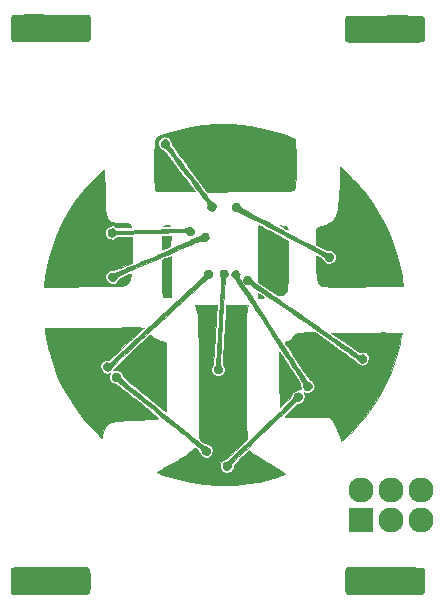
<source format=gbr>
G04 #@! TF.GenerationSoftware,KiCad,Pcbnew,(5.1.0-0)*
G04 #@! TF.CreationDate,2019-05-12T09:59:49-07:00*
G04 #@! TF.ProjectId,shitty_pixel,73686974-7479-45f7-9069-78656c2e6b69,rev?*
G04 #@! TF.SameCoordinates,Original*
G04 #@! TF.FileFunction,Soldermask,Top*
G04 #@! TF.FilePolarity,Negative*
%FSLAX46Y46*%
G04 Gerber Fmt 4.6, Leading zero omitted, Abs format (unit mm)*
G04 Created by KiCad (PCBNEW (5.1.0-0)) date 2019-05-12 09:59:49*
%MOMM*%
%LPD*%
G04 APERTURE LIST*
%ADD10C,0.010000*%
%ADD11C,2.127200*%
%ADD12O,2.127200X2.127200*%
%ADD13R,2.127200X2.127200*%
G04 APERTURE END LIST*
D10*
G36*
X134761244Y-72735335D02*
G01*
X135247113Y-72736369D01*
X135708586Y-72737892D01*
X136296515Y-72740253D01*
X136805603Y-72742592D01*
X137241677Y-72745071D01*
X137610560Y-72747849D01*
X137918080Y-72751088D01*
X138170062Y-72754947D01*
X138372331Y-72759588D01*
X138530713Y-72765170D01*
X138651034Y-72771855D01*
X138739119Y-72779802D01*
X138800794Y-72789172D01*
X138841886Y-72800125D01*
X138868218Y-72812822D01*
X138883586Y-72825343D01*
X138908419Y-72857817D01*
X138927558Y-72906639D01*
X138941950Y-72982819D01*
X138952545Y-73097370D01*
X138960291Y-73261302D01*
X138966136Y-73485627D01*
X138971030Y-73781356D01*
X138971999Y-73851602D01*
X138984831Y-74802351D01*
X138772515Y-75014667D01*
X135626177Y-75014667D01*
X135028389Y-75014512D01*
X134509574Y-75013970D01*
X134064040Y-75012925D01*
X133686092Y-75011262D01*
X133370038Y-75008865D01*
X133110184Y-75005617D01*
X132900839Y-75001404D01*
X132736307Y-74996109D01*
X132610897Y-74989616D01*
X132518915Y-74981811D01*
X132454669Y-74972576D01*
X132412464Y-74961797D01*
X132386608Y-74949357D01*
X132385753Y-74948766D01*
X132355892Y-74925503D01*
X132333129Y-74895764D01*
X132316499Y-74848753D01*
X132305041Y-74773671D01*
X132297792Y-74659722D01*
X132293790Y-74496106D01*
X132292071Y-74272028D01*
X132291673Y-73976689D01*
X132291667Y-73893457D01*
X132292225Y-73561715D01*
X132295228Y-73304508D01*
X132302670Y-73111704D01*
X132316542Y-72973171D01*
X132338838Y-72878779D01*
X132371550Y-72818396D01*
X132416672Y-72781891D01*
X132476196Y-72759133D01*
X132516877Y-72748539D01*
X132573429Y-72745015D01*
X132707758Y-72741980D01*
X132912974Y-72739458D01*
X133182188Y-72737470D01*
X133508511Y-72736042D01*
X133885054Y-72735194D01*
X134304928Y-72734951D01*
X134761244Y-72735335D01*
X134761244Y-72735335D01*
G37*
X134761244Y-72735335D02*
X135247113Y-72736369D01*
X135708586Y-72737892D01*
X136296515Y-72740253D01*
X136805603Y-72742592D01*
X137241677Y-72745071D01*
X137610560Y-72747849D01*
X137918080Y-72751088D01*
X138170062Y-72754947D01*
X138372331Y-72759588D01*
X138530713Y-72765170D01*
X138651034Y-72771855D01*
X138739119Y-72779802D01*
X138800794Y-72789172D01*
X138841886Y-72800125D01*
X138868218Y-72812822D01*
X138883586Y-72825343D01*
X138908419Y-72857817D01*
X138927558Y-72906639D01*
X138941950Y-72982819D01*
X138952545Y-73097370D01*
X138960291Y-73261302D01*
X138966136Y-73485627D01*
X138971030Y-73781356D01*
X138971999Y-73851602D01*
X138984831Y-74802351D01*
X138772515Y-75014667D01*
X135626177Y-75014667D01*
X135028389Y-75014512D01*
X134509574Y-75013970D01*
X134064040Y-75012925D01*
X133686092Y-75011262D01*
X133370038Y-75008865D01*
X133110184Y-75005617D01*
X132900839Y-75001404D01*
X132736307Y-74996109D01*
X132610897Y-74989616D01*
X132518915Y-74981811D01*
X132454669Y-74972576D01*
X132412464Y-74961797D01*
X132386608Y-74949357D01*
X132385753Y-74948766D01*
X132355892Y-74925503D01*
X132333129Y-74895764D01*
X132316499Y-74848753D01*
X132305041Y-74773671D01*
X132297792Y-74659722D01*
X132293790Y-74496106D01*
X132292071Y-74272028D01*
X132291673Y-73976689D01*
X132291667Y-73893457D01*
X132292225Y-73561715D01*
X132295228Y-73304508D01*
X132302670Y-73111704D01*
X132316542Y-72973171D01*
X132338838Y-72878779D01*
X132371550Y-72818396D01*
X132416672Y-72781891D01*
X132476196Y-72759133D01*
X132516877Y-72748539D01*
X132573429Y-72745015D01*
X132707758Y-72741980D01*
X132912974Y-72739458D01*
X133182188Y-72737470D01*
X133508511Y-72736042D01*
X133885054Y-72735194D01*
X134304928Y-72734951D01*
X134761244Y-72735335D01*
G36*
X165676447Y-72820120D02*
G01*
X166046932Y-72821140D01*
X166366493Y-72822761D01*
X166628197Y-72824956D01*
X166825116Y-72827702D01*
X166950319Y-72830971D01*
X166995494Y-72834216D01*
X167099751Y-72882596D01*
X167175410Y-72941410D01*
X167203324Y-72974436D01*
X167224243Y-73017806D01*
X167239169Y-73083198D01*
X167249103Y-73182284D01*
X167255043Y-73326739D01*
X167257993Y-73528239D01*
X167258950Y-73798458D01*
X167259000Y-73916783D01*
X167256975Y-74211196D01*
X167251233Y-74466842D01*
X167242275Y-74672355D01*
X167230602Y-74816369D01*
X167216715Y-74887517D01*
X167216169Y-74888598D01*
X167148931Y-74952000D01*
X167038263Y-75005436D01*
X167015085Y-75012578D01*
X166950511Y-75018913D01*
X166809669Y-75024771D01*
X166600959Y-75030136D01*
X166332779Y-75034987D01*
X166013529Y-75039306D01*
X165651605Y-75043073D01*
X165255408Y-75046271D01*
X164833335Y-75048880D01*
X164393785Y-75050880D01*
X163945157Y-75052255D01*
X163495849Y-75052983D01*
X163054260Y-75053048D01*
X162628789Y-75052428D01*
X162227833Y-75051107D01*
X161859792Y-75049064D01*
X161533063Y-75046282D01*
X161256047Y-75042740D01*
X161037141Y-75038421D01*
X160884743Y-75033305D01*
X160807253Y-75027373D01*
X160803167Y-75026552D01*
X160701632Y-74981253D01*
X160644417Y-74940235D01*
X160620099Y-74911330D01*
X160601709Y-74866151D01*
X160588440Y-74793714D01*
X160579479Y-74683032D01*
X160574019Y-74523118D01*
X160571248Y-74302986D01*
X160570358Y-74011651D01*
X160570334Y-73935167D01*
X160570676Y-73629249D01*
X160572363Y-73396697D01*
X160576381Y-73226211D01*
X160583716Y-73106491D01*
X160595357Y-73026237D01*
X160612289Y-72974150D01*
X160635500Y-72938930D01*
X160659429Y-72915145D01*
X160679103Y-72899809D01*
X160705793Y-72886509D01*
X160745397Y-72875074D01*
X160803810Y-72865330D01*
X160886930Y-72857105D01*
X161000654Y-72850226D01*
X161150878Y-72844522D01*
X161343500Y-72839818D01*
X161584415Y-72835943D01*
X161879521Y-72832725D01*
X162234714Y-72829990D01*
X162655892Y-72827566D01*
X163148950Y-72825281D01*
X163719787Y-72822962D01*
X163823845Y-72822556D01*
X164328734Y-72820919D01*
X164810418Y-72819984D01*
X165261965Y-72819727D01*
X165676447Y-72820120D01*
X165676447Y-72820120D01*
G37*
X165676447Y-72820120D02*
X166046932Y-72821140D01*
X166366493Y-72822761D01*
X166628197Y-72824956D01*
X166825116Y-72827702D01*
X166950319Y-72830971D01*
X166995494Y-72834216D01*
X167099751Y-72882596D01*
X167175410Y-72941410D01*
X167203324Y-72974436D01*
X167224243Y-73017806D01*
X167239169Y-73083198D01*
X167249103Y-73182284D01*
X167255043Y-73326739D01*
X167257993Y-73528239D01*
X167258950Y-73798458D01*
X167259000Y-73916783D01*
X167256975Y-74211196D01*
X167251233Y-74466842D01*
X167242275Y-74672355D01*
X167230602Y-74816369D01*
X167216715Y-74887517D01*
X167216169Y-74888598D01*
X167148931Y-74952000D01*
X167038263Y-75005436D01*
X167015085Y-75012578D01*
X166950511Y-75018913D01*
X166809669Y-75024771D01*
X166600959Y-75030136D01*
X166332779Y-75034987D01*
X166013529Y-75039306D01*
X165651605Y-75043073D01*
X165255408Y-75046271D01*
X164833335Y-75048880D01*
X164393785Y-75050880D01*
X163945157Y-75052255D01*
X163495849Y-75052983D01*
X163054260Y-75053048D01*
X162628789Y-75052428D01*
X162227833Y-75051107D01*
X161859792Y-75049064D01*
X161533063Y-75046282D01*
X161256047Y-75042740D01*
X161037141Y-75038421D01*
X160884743Y-75033305D01*
X160807253Y-75027373D01*
X160803167Y-75026552D01*
X160701632Y-74981253D01*
X160644417Y-74940235D01*
X160620099Y-74911330D01*
X160601709Y-74866151D01*
X160588440Y-74793714D01*
X160579479Y-74683032D01*
X160574019Y-74523118D01*
X160571248Y-74302986D01*
X160570358Y-74011651D01*
X160570334Y-73935167D01*
X160570676Y-73629249D01*
X160572363Y-73396697D01*
X160576381Y-73226211D01*
X160583716Y-73106491D01*
X160595357Y-73026237D01*
X160612289Y-72974150D01*
X160635500Y-72938930D01*
X160659429Y-72915145D01*
X160679103Y-72899809D01*
X160705793Y-72886509D01*
X160745397Y-72875074D01*
X160803810Y-72865330D01*
X160886930Y-72857105D01*
X161000654Y-72850226D01*
X161150878Y-72844522D01*
X161343500Y-72839818D01*
X161584415Y-72835943D01*
X161879521Y-72832725D01*
X162234714Y-72829990D01*
X162655892Y-72827566D01*
X163148950Y-72825281D01*
X163719787Y-72822962D01*
X163823845Y-72822556D01*
X164328734Y-72820919D01*
X164810418Y-72819984D01*
X165261965Y-72819727D01*
X165676447Y-72820120D01*
G36*
X150981834Y-82047541D02*
G01*
X151759987Y-82098207D01*
X152510751Y-82185485D01*
X153250197Y-82312900D01*
X153994401Y-82483976D01*
X154759437Y-82702237D01*
X155561378Y-82971209D01*
X156092388Y-83168133D01*
X156213638Y-83224809D01*
X156299059Y-83283574D01*
X156320214Y-83310105D01*
X156332877Y-83381083D01*
X156344703Y-83525877D01*
X156355476Y-83733637D01*
X156364981Y-83993515D01*
X156373006Y-84294662D01*
X156379334Y-84626230D01*
X156383751Y-84977369D01*
X156386042Y-85337230D01*
X156385994Y-85694965D01*
X156383391Y-86039725D01*
X156379334Y-86298435D01*
X156371416Y-86655378D01*
X156361944Y-86937420D01*
X156348522Y-87154323D01*
X156328757Y-87315846D01*
X156300253Y-87431752D01*
X156260617Y-87511802D01*
X156207453Y-87565756D01*
X156138367Y-87603377D01*
X156051650Y-87634206D01*
X155994718Y-87644236D01*
X155887466Y-87653348D01*
X155726313Y-87661610D01*
X155507675Y-87669091D01*
X155227968Y-87675857D01*
X154883608Y-87681976D01*
X154471013Y-87687517D01*
X153986599Y-87692547D01*
X153426782Y-87697133D01*
X152787979Y-87701343D01*
X152376142Y-87703660D01*
X148859785Y-87722373D01*
X147386603Y-85757277D01*
X147073318Y-85338971D01*
X146807313Y-84982637D01*
X146584758Y-84682748D01*
X146401821Y-84433779D01*
X146254671Y-84230203D01*
X146139476Y-84066494D01*
X146052405Y-83937126D01*
X145989627Y-83836573D01*
X145947310Y-83759309D01*
X145921623Y-83699807D01*
X145908735Y-83652541D01*
X145905093Y-83620444D01*
X145859759Y-83414093D01*
X145756106Y-83252404D01*
X145609527Y-83138393D01*
X145435421Y-83075077D01*
X145249183Y-83065471D01*
X145066208Y-83112594D01*
X144901894Y-83219460D01*
X144771636Y-83389086D01*
X144767200Y-83397511D01*
X144706034Y-83597984D01*
X144723178Y-83795159D01*
X144813008Y-83974644D01*
X144969896Y-84122048D01*
X145073046Y-84179834D01*
X145119607Y-84205450D01*
X145171609Y-84244113D01*
X145233725Y-84301505D01*
X145310629Y-84383311D01*
X145406993Y-84495215D01*
X145527490Y-84642900D01*
X145676792Y-84832052D01*
X145859573Y-85068353D01*
X146080506Y-85357489D01*
X146344263Y-85705143D01*
X146542087Y-85966786D01*
X146793083Y-86299492D01*
X147027892Y-86611590D01*
X147241685Y-86896605D01*
X147429639Y-87148062D01*
X147586927Y-87359488D01*
X147708723Y-87524408D01*
X147790200Y-87636349D01*
X147826534Y-87688836D01*
X147828000Y-87691869D01*
X147787547Y-87698796D01*
X147673678Y-87704268D01*
X147497633Y-87708347D01*
X147270648Y-87711099D01*
X147003963Y-87712588D01*
X146708815Y-87712879D01*
X146396442Y-87712035D01*
X146078082Y-87710123D01*
X145764974Y-87707205D01*
X145468354Y-87703347D01*
X145199462Y-87698613D01*
X144969536Y-87693068D01*
X144789812Y-87686775D01*
X144671530Y-87679800D01*
X144627983Y-87673505D01*
X144580343Y-87650480D01*
X144540579Y-87618448D01*
X144507982Y-87570120D01*
X144481843Y-87498204D01*
X144461455Y-87395410D01*
X144446108Y-87254447D01*
X144435095Y-87068025D01*
X144427707Y-86828852D01*
X144423236Y-86529638D01*
X144420973Y-86163093D01*
X144420211Y-85721925D01*
X144420167Y-85534500D01*
X144420888Y-85048278D01*
X144423185Y-84639536D01*
X144427256Y-84301097D01*
X144433299Y-84025785D01*
X144441514Y-83806425D01*
X144452100Y-83635840D01*
X144465254Y-83506854D01*
X144478608Y-83424545D01*
X144499782Y-83320549D01*
X144522738Y-83238985D01*
X144557670Y-83173393D01*
X144614770Y-83117318D01*
X144704234Y-83064301D01*
X144836255Y-83007885D01*
X145021026Y-82941614D01*
X145268743Y-82859029D01*
X145481624Y-82789182D01*
X146505719Y-82490158D01*
X147529576Y-82267102D01*
X148564694Y-82118462D01*
X149622573Y-82042688D01*
X150714712Y-82038229D01*
X150981834Y-82047541D01*
X150981834Y-82047541D01*
G37*
X150981834Y-82047541D02*
X151759987Y-82098207D01*
X152510751Y-82185485D01*
X153250197Y-82312900D01*
X153994401Y-82483976D01*
X154759437Y-82702237D01*
X155561378Y-82971209D01*
X156092388Y-83168133D01*
X156213638Y-83224809D01*
X156299059Y-83283574D01*
X156320214Y-83310105D01*
X156332877Y-83381083D01*
X156344703Y-83525877D01*
X156355476Y-83733637D01*
X156364981Y-83993515D01*
X156373006Y-84294662D01*
X156379334Y-84626230D01*
X156383751Y-84977369D01*
X156386042Y-85337230D01*
X156385994Y-85694965D01*
X156383391Y-86039725D01*
X156379334Y-86298435D01*
X156371416Y-86655378D01*
X156361944Y-86937420D01*
X156348522Y-87154323D01*
X156328757Y-87315846D01*
X156300253Y-87431752D01*
X156260617Y-87511802D01*
X156207453Y-87565756D01*
X156138367Y-87603377D01*
X156051650Y-87634206D01*
X155994718Y-87644236D01*
X155887466Y-87653348D01*
X155726313Y-87661610D01*
X155507675Y-87669091D01*
X155227968Y-87675857D01*
X154883608Y-87681976D01*
X154471013Y-87687517D01*
X153986599Y-87692547D01*
X153426782Y-87697133D01*
X152787979Y-87701343D01*
X152376142Y-87703660D01*
X148859785Y-87722373D01*
X147386603Y-85757277D01*
X147073318Y-85338971D01*
X146807313Y-84982637D01*
X146584758Y-84682748D01*
X146401821Y-84433779D01*
X146254671Y-84230203D01*
X146139476Y-84066494D01*
X146052405Y-83937126D01*
X145989627Y-83836573D01*
X145947310Y-83759309D01*
X145921623Y-83699807D01*
X145908735Y-83652541D01*
X145905093Y-83620444D01*
X145859759Y-83414093D01*
X145756106Y-83252404D01*
X145609527Y-83138393D01*
X145435421Y-83075077D01*
X145249183Y-83065471D01*
X145066208Y-83112594D01*
X144901894Y-83219460D01*
X144771636Y-83389086D01*
X144767200Y-83397511D01*
X144706034Y-83597984D01*
X144723178Y-83795159D01*
X144813008Y-83974644D01*
X144969896Y-84122048D01*
X145073046Y-84179834D01*
X145119607Y-84205450D01*
X145171609Y-84244113D01*
X145233725Y-84301505D01*
X145310629Y-84383311D01*
X145406993Y-84495215D01*
X145527490Y-84642900D01*
X145676792Y-84832052D01*
X145859573Y-85068353D01*
X146080506Y-85357489D01*
X146344263Y-85705143D01*
X146542087Y-85966786D01*
X146793083Y-86299492D01*
X147027892Y-86611590D01*
X147241685Y-86896605D01*
X147429639Y-87148062D01*
X147586927Y-87359488D01*
X147708723Y-87524408D01*
X147790200Y-87636349D01*
X147826534Y-87688836D01*
X147828000Y-87691869D01*
X147787547Y-87698796D01*
X147673678Y-87704268D01*
X147497633Y-87708347D01*
X147270648Y-87711099D01*
X147003963Y-87712588D01*
X146708815Y-87712879D01*
X146396442Y-87712035D01*
X146078082Y-87710123D01*
X145764974Y-87707205D01*
X145468354Y-87703347D01*
X145199462Y-87698613D01*
X144969536Y-87693068D01*
X144789812Y-87686775D01*
X144671530Y-87679800D01*
X144627983Y-87673505D01*
X144580343Y-87650480D01*
X144540579Y-87618448D01*
X144507982Y-87570120D01*
X144481843Y-87498204D01*
X144461455Y-87395410D01*
X144446108Y-87254447D01*
X144435095Y-87068025D01*
X144427707Y-86828852D01*
X144423236Y-86529638D01*
X144420973Y-86163093D01*
X144420211Y-85721925D01*
X144420167Y-85534500D01*
X144420888Y-85048278D01*
X144423185Y-84639536D01*
X144427256Y-84301097D01*
X144433299Y-84025785D01*
X144441514Y-83806425D01*
X144452100Y-83635840D01*
X144465254Y-83506854D01*
X144478608Y-83424545D01*
X144499782Y-83320549D01*
X144522738Y-83238985D01*
X144557670Y-83173393D01*
X144614770Y-83117318D01*
X144704234Y-83064301D01*
X144836255Y-83007885D01*
X145021026Y-82941614D01*
X145268743Y-82859029D01*
X145481624Y-82789182D01*
X146505719Y-82490158D01*
X147529576Y-82267102D01*
X148564694Y-82118462D01*
X149622573Y-82042688D01*
X150714712Y-82038229D01*
X150981834Y-82047541D01*
G36*
X145479097Y-83347793D02*
G01*
X145597624Y-83444583D01*
X145657003Y-83586488D01*
X145657800Y-83690283D01*
X145654958Y-83722831D01*
X145657603Y-83757682D01*
X145669195Y-83799796D01*
X145693194Y-83854136D01*
X145733059Y-83925664D01*
X145792251Y-84019341D01*
X145874229Y-84140130D01*
X145982453Y-84292991D01*
X146120381Y-84482886D01*
X146291475Y-84714778D01*
X146499194Y-84993628D01*
X146746997Y-85324398D01*
X147038344Y-85712050D01*
X147376695Y-86161545D01*
X147434003Y-86237648D01*
X147819310Y-86748201D01*
X148156480Y-87192557D01*
X148447256Y-87572933D01*
X148693382Y-87891545D01*
X148896603Y-88150610D01*
X149058662Y-88352342D01*
X149181302Y-88498960D01*
X149266269Y-88592678D01*
X149315305Y-88635713D01*
X149323595Y-88639128D01*
X149462211Y-88699380D01*
X149564130Y-88815575D01*
X149605910Y-88960461D01*
X149606000Y-88967417D01*
X149591988Y-89124255D01*
X149540793Y-89226548D01*
X149438673Y-89301105D01*
X149433639Y-89303733D01*
X149309346Y-89354704D01*
X149207120Y-89352391D01*
X149093261Y-89302182D01*
X148974746Y-89196552D01*
X148913074Y-89054238D01*
X148919783Y-88903799D01*
X148925547Y-88887040D01*
X148931593Y-88862080D01*
X148929586Y-88830958D01*
X148916112Y-88788799D01*
X148887757Y-88730731D01*
X148841109Y-88651883D01*
X148772753Y-88547380D01*
X148679277Y-88412351D01*
X148557266Y-88241922D01*
X148403308Y-88031222D01*
X148213988Y-87775377D01*
X147985895Y-87469514D01*
X147715613Y-87108762D01*
X147399730Y-86688248D01*
X147188050Y-86406765D01*
X146841676Y-85946587D01*
X146542205Y-85549572D01*
X146285879Y-85211043D01*
X146068943Y-84926325D01*
X145887639Y-84690742D01*
X145738212Y-84499617D01*
X145616904Y-84348275D01*
X145519960Y-84232040D01*
X145443622Y-84146236D01*
X145384133Y-84086186D01*
X145337739Y-84047214D01*
X145300680Y-84024645D01*
X145269203Y-84013803D01*
X145264926Y-84012935D01*
X145111873Y-83951163D01*
X145012668Y-83845865D01*
X144965970Y-83715533D01*
X144970437Y-83578654D01*
X145024727Y-83453718D01*
X145127501Y-83359213D01*
X145277415Y-83313628D01*
X145315781Y-83312000D01*
X145479097Y-83347793D01*
X145479097Y-83347793D01*
G37*
X145479097Y-83347793D02*
X145597624Y-83444583D01*
X145657003Y-83586488D01*
X145657800Y-83690283D01*
X145654958Y-83722831D01*
X145657603Y-83757682D01*
X145669195Y-83799796D01*
X145693194Y-83854136D01*
X145733059Y-83925664D01*
X145792251Y-84019341D01*
X145874229Y-84140130D01*
X145982453Y-84292991D01*
X146120381Y-84482886D01*
X146291475Y-84714778D01*
X146499194Y-84993628D01*
X146746997Y-85324398D01*
X147038344Y-85712050D01*
X147376695Y-86161545D01*
X147434003Y-86237648D01*
X147819310Y-86748201D01*
X148156480Y-87192557D01*
X148447256Y-87572933D01*
X148693382Y-87891545D01*
X148896603Y-88150610D01*
X149058662Y-88352342D01*
X149181302Y-88498960D01*
X149266269Y-88592678D01*
X149315305Y-88635713D01*
X149323595Y-88639128D01*
X149462211Y-88699380D01*
X149564130Y-88815575D01*
X149605910Y-88960461D01*
X149606000Y-88967417D01*
X149591988Y-89124255D01*
X149540793Y-89226548D01*
X149438673Y-89301105D01*
X149433639Y-89303733D01*
X149309346Y-89354704D01*
X149207120Y-89352391D01*
X149093261Y-89302182D01*
X148974746Y-89196552D01*
X148913074Y-89054238D01*
X148919783Y-88903799D01*
X148925547Y-88887040D01*
X148931593Y-88862080D01*
X148929586Y-88830958D01*
X148916112Y-88788799D01*
X148887757Y-88730731D01*
X148841109Y-88651883D01*
X148772753Y-88547380D01*
X148679277Y-88412351D01*
X148557266Y-88241922D01*
X148403308Y-88031222D01*
X148213988Y-87775377D01*
X147985895Y-87469514D01*
X147715613Y-87108762D01*
X147399730Y-86688248D01*
X147188050Y-86406765D01*
X146841676Y-85946587D01*
X146542205Y-85549572D01*
X146285879Y-85211043D01*
X146068943Y-84926325D01*
X145887639Y-84690742D01*
X145738212Y-84499617D01*
X145616904Y-84348275D01*
X145519960Y-84232040D01*
X145443622Y-84146236D01*
X145384133Y-84086186D01*
X145337739Y-84047214D01*
X145300680Y-84024645D01*
X145269203Y-84013803D01*
X145264926Y-84012935D01*
X145111873Y-83951163D01*
X145012668Y-83845865D01*
X144965970Y-83715533D01*
X144970437Y-83578654D01*
X145024727Y-83453718D01*
X145127501Y-83359213D01*
X145277415Y-83313628D01*
X145315781Y-83312000D01*
X145479097Y-83347793D01*
G36*
X145652011Y-90598437D02*
G01*
X145752065Y-90613096D01*
X145774834Y-90635667D01*
X145722302Y-90656795D01*
X145609272Y-90671967D01*
X145459862Y-90677994D01*
X145454835Y-90678000D01*
X145303780Y-90672363D01*
X145199513Y-90657275D01*
X145161000Y-90635667D01*
X145200423Y-90614380D01*
X145307252Y-90599529D01*
X145464330Y-90593382D01*
X145480999Y-90593334D01*
X145652011Y-90598437D01*
X145652011Y-90598437D01*
G37*
X145652011Y-90598437D02*
X145752065Y-90613096D01*
X145774834Y-90635667D01*
X145722302Y-90656795D01*
X145609272Y-90671967D01*
X145459862Y-90677994D01*
X145454835Y-90678000D01*
X145303780Y-90672363D01*
X145199513Y-90657275D01*
X145161000Y-90635667D01*
X145200423Y-90614380D01*
X145307252Y-90599529D01*
X145464330Y-90593382D01*
X145480999Y-90593334D01*
X145652011Y-90598437D01*
G36*
X155291399Y-90605506D02*
G01*
X155470708Y-90630000D01*
X155585755Y-90682033D01*
X155655358Y-90772828D01*
X155679143Y-90836750D01*
X155692128Y-90892356D01*
X155681392Y-90917527D01*
X155635266Y-90909447D01*
X155542081Y-90865299D01*
X155390168Y-90782264D01*
X155342167Y-90755391D01*
X155045834Y-90589189D01*
X155291399Y-90605506D01*
X155291399Y-90605506D01*
G37*
X155291399Y-90605506D02*
X155470708Y-90630000D01*
X155585755Y-90682033D01*
X155655358Y-90772828D01*
X155679143Y-90836750D01*
X155692128Y-90892356D01*
X155681392Y-90917527D01*
X155635266Y-90909447D01*
X155542081Y-90865299D01*
X155390168Y-90782264D01*
X155342167Y-90755391D01*
X155045834Y-90589189D01*
X155291399Y-90605506D01*
G36*
X147632136Y-90783058D02*
G01*
X147723733Y-90892695D01*
X147779030Y-91048196D01*
X147762088Y-91180615D01*
X147685320Y-91297940D01*
X147553186Y-91394751D01*
X147401182Y-91419573D01*
X147253266Y-91372321D01*
X147167896Y-91299740D01*
X147069098Y-91184881D01*
X144118723Y-91257969D01*
X141168349Y-91331058D01*
X141079525Y-91426851D01*
X140954921Y-91513518D01*
X140806934Y-91550106D01*
X140670645Y-91528975D01*
X140652500Y-91519860D01*
X140527161Y-91416852D01*
X140469430Y-91278452D01*
X140462000Y-91180982D01*
X140497939Y-91030907D01*
X140591695Y-90920274D01*
X140722176Y-90857832D01*
X140868292Y-90852331D01*
X141008951Y-90912520D01*
X141042276Y-90940245D01*
X141141175Y-91033156D01*
X144111356Y-90958373D01*
X144685845Y-90943813D01*
X145181714Y-90930938D01*
X145604986Y-90919441D01*
X145961685Y-90909016D01*
X146257834Y-90899356D01*
X146499457Y-90890155D01*
X146692576Y-90881107D01*
X146843216Y-90871904D01*
X146957398Y-90862241D01*
X147041148Y-90851811D01*
X147100487Y-90840308D01*
X147141440Y-90827424D01*
X147170030Y-90812854D01*
X147185311Y-90801962D01*
X147336938Y-90726817D01*
X147493389Y-90721781D01*
X147632136Y-90783058D01*
X147632136Y-90783058D01*
G37*
X147632136Y-90783058D02*
X147723733Y-90892695D01*
X147779030Y-91048196D01*
X147762088Y-91180615D01*
X147685320Y-91297940D01*
X147553186Y-91394751D01*
X147401182Y-91419573D01*
X147253266Y-91372321D01*
X147167896Y-91299740D01*
X147069098Y-91184881D01*
X144118723Y-91257969D01*
X141168349Y-91331058D01*
X141079525Y-91426851D01*
X140954921Y-91513518D01*
X140806934Y-91550106D01*
X140670645Y-91528975D01*
X140652500Y-91519860D01*
X140527161Y-91416852D01*
X140469430Y-91278452D01*
X140462000Y-91180982D01*
X140497939Y-91030907D01*
X140591695Y-90920274D01*
X140722176Y-90857832D01*
X140868292Y-90852331D01*
X141008951Y-90912520D01*
X141042276Y-90940245D01*
X141141175Y-91033156D01*
X144111356Y-90958373D01*
X144685845Y-90943813D01*
X145181714Y-90930938D01*
X145604986Y-90919441D01*
X145961685Y-90909016D01*
X146257834Y-90899356D01*
X146499457Y-90890155D01*
X146692576Y-90881107D01*
X146843216Y-90871904D01*
X146957398Y-90862241D01*
X147041148Y-90851811D01*
X147100487Y-90840308D01*
X147141440Y-90827424D01*
X147170030Y-90812854D01*
X147185311Y-90801962D01*
X147336938Y-90726817D01*
X147493389Y-90721781D01*
X147632136Y-90783058D01*
G36*
X145774834Y-92334056D02*
G01*
X145439685Y-92479695D01*
X145287211Y-92545292D01*
X145167493Y-92595551D01*
X145099186Y-92622692D01*
X145090435Y-92625334D01*
X145085281Y-92585572D01*
X145080971Y-92476569D01*
X145077886Y-92313752D01*
X145076408Y-92112543D01*
X145076334Y-92053834D01*
X145076334Y-91482334D01*
X145798962Y-91482334D01*
X145774834Y-92334056D01*
X145774834Y-92334056D01*
G37*
X145774834Y-92334056D02*
X145439685Y-92479695D01*
X145287211Y-92545292D01*
X145167493Y-92595551D01*
X145099186Y-92622692D01*
X145090435Y-92625334D01*
X145085281Y-92585572D01*
X145080971Y-92476569D01*
X145077886Y-92313752D01*
X145076408Y-92112543D01*
X145076334Y-92053834D01*
X145076334Y-91482334D01*
X145798962Y-91482334D01*
X145774834Y-92334056D01*
G36*
X151511285Y-88720070D02*
G01*
X151624915Y-88826652D01*
X151685294Y-88984132D01*
X151687375Y-88999520D01*
X151692834Y-89021203D01*
X151707157Y-89045357D01*
X151734732Y-89074430D01*
X151779946Y-89110870D01*
X151847187Y-89157123D01*
X151940841Y-89215638D01*
X152065297Y-89288862D01*
X152224940Y-89379242D01*
X152424159Y-89489226D01*
X152667341Y-89621262D01*
X152958873Y-89777797D01*
X153303142Y-89961279D01*
X153704535Y-90174154D01*
X154167440Y-90418871D01*
X154696245Y-90697878D01*
X155295335Y-91013621D01*
X155338127Y-91036166D01*
X155942244Y-91354356D01*
X156476110Y-91635261D01*
X156944325Y-91881166D01*
X157351489Y-92094356D01*
X157702203Y-92277115D01*
X158001068Y-92431726D01*
X158252682Y-92560475D01*
X158461647Y-92665646D01*
X158632564Y-92749523D01*
X158770031Y-92814391D01*
X158878650Y-92862534D01*
X158963021Y-92896236D01*
X159027745Y-92917782D01*
X159077421Y-92929457D01*
X159116650Y-92933543D01*
X159150032Y-92932327D01*
X159155491Y-92931753D01*
X159284046Y-92927163D01*
X159372670Y-92958458D01*
X159445282Y-93020433D01*
X159539837Y-93164983D01*
X159554247Y-93318220D01*
X159489176Y-93464082D01*
X159424085Y-93531737D01*
X159297000Y-93617299D01*
X159183339Y-93634874D01*
X159052844Y-93589000D01*
X159050489Y-93587793D01*
X158958712Y-93524854D01*
X158892730Y-93431955D01*
X158839195Y-93302667D01*
X158795618Y-93264664D01*
X158682854Y-93191529D01*
X158507160Y-93086559D01*
X158274794Y-92953050D01*
X157992013Y-92794300D01*
X157665073Y-92613604D01*
X157300232Y-92414259D01*
X156903747Y-92199561D01*
X156481875Y-91972808D01*
X156040872Y-91737295D01*
X155586996Y-91496318D01*
X155126504Y-91253176D01*
X154665653Y-91011164D01*
X154210700Y-90773578D01*
X153767901Y-90543715D01*
X153343515Y-90324872D01*
X152943798Y-90120345D01*
X152575007Y-89933431D01*
X152243399Y-89767425D01*
X151955231Y-89625626D01*
X151716760Y-89511329D01*
X151534244Y-89427830D01*
X151413938Y-89378427D01*
X151366474Y-89365667D01*
X151194793Y-89345958D01*
X151080214Y-89279225D01*
X151003670Y-89155618D01*
X150977751Y-88994580D01*
X151027266Y-88846818D01*
X151143304Y-88732939D01*
X151198768Y-88704571D01*
X151363028Y-88675628D01*
X151511285Y-88720070D01*
X151511285Y-88720070D01*
G37*
X151511285Y-88720070D02*
X151624915Y-88826652D01*
X151685294Y-88984132D01*
X151687375Y-88999520D01*
X151692834Y-89021203D01*
X151707157Y-89045357D01*
X151734732Y-89074430D01*
X151779946Y-89110870D01*
X151847187Y-89157123D01*
X151940841Y-89215638D01*
X152065297Y-89288862D01*
X152224940Y-89379242D01*
X152424159Y-89489226D01*
X152667341Y-89621262D01*
X152958873Y-89777797D01*
X153303142Y-89961279D01*
X153704535Y-90174154D01*
X154167440Y-90418871D01*
X154696245Y-90697878D01*
X155295335Y-91013621D01*
X155338127Y-91036166D01*
X155942244Y-91354356D01*
X156476110Y-91635261D01*
X156944325Y-91881166D01*
X157351489Y-92094356D01*
X157702203Y-92277115D01*
X158001068Y-92431726D01*
X158252682Y-92560475D01*
X158461647Y-92665646D01*
X158632564Y-92749523D01*
X158770031Y-92814391D01*
X158878650Y-92862534D01*
X158963021Y-92896236D01*
X159027745Y-92917782D01*
X159077421Y-92929457D01*
X159116650Y-92933543D01*
X159150032Y-92932327D01*
X159155491Y-92931753D01*
X159284046Y-92927163D01*
X159372670Y-92958458D01*
X159445282Y-93020433D01*
X159539837Y-93164983D01*
X159554247Y-93318220D01*
X159489176Y-93464082D01*
X159424085Y-93531737D01*
X159297000Y-93617299D01*
X159183339Y-93634874D01*
X159052844Y-93589000D01*
X159050489Y-93587793D01*
X158958712Y-93524854D01*
X158892730Y-93431955D01*
X158839195Y-93302667D01*
X158795618Y-93264664D01*
X158682854Y-93191529D01*
X158507160Y-93086559D01*
X158274794Y-92953050D01*
X157992013Y-92794300D01*
X157665073Y-92613604D01*
X157300232Y-92414259D01*
X156903747Y-92199561D01*
X156481875Y-91972808D01*
X156040872Y-91737295D01*
X155586996Y-91496318D01*
X155126504Y-91253176D01*
X154665653Y-91011164D01*
X154210700Y-90773578D01*
X153767901Y-90543715D01*
X153343515Y-90324872D01*
X152943798Y-90120345D01*
X152575007Y-89933431D01*
X152243399Y-89767425D01*
X151955231Y-89625626D01*
X151716760Y-89511329D01*
X151534244Y-89427830D01*
X151413938Y-89378427D01*
X151366474Y-89365667D01*
X151194793Y-89345958D01*
X151080214Y-89279225D01*
X151003670Y-89155618D01*
X150977751Y-88994580D01*
X151027266Y-88846818D01*
X151143304Y-88732939D01*
X151198768Y-88704571D01*
X151363028Y-88675628D01*
X151511285Y-88720070D01*
G36*
X148821947Y-91264345D02*
G01*
X148934252Y-91358535D01*
X148999880Y-91490135D01*
X149010790Y-91638380D01*
X148958940Y-91782501D01*
X148909424Y-91844091D01*
X148769598Y-91931034D01*
X148609998Y-91937668D01*
X148469532Y-91881811D01*
X148446676Y-91870178D01*
X148419589Y-91863251D01*
X148382878Y-91863160D01*
X148331151Y-91872036D01*
X148259014Y-91892009D01*
X148161075Y-91925209D01*
X148031941Y-91973767D01*
X147866218Y-92039813D01*
X147658515Y-92125477D01*
X147403437Y-92232890D01*
X147095593Y-92364181D01*
X146729588Y-92521482D01*
X146300032Y-92706923D01*
X145801529Y-92922633D01*
X145457334Y-93071701D01*
X144969495Y-93283008D01*
X144489355Y-93490972D01*
X144024882Y-93692145D01*
X143584045Y-93883074D01*
X143174810Y-94060308D01*
X142805147Y-94220399D01*
X142483024Y-94359893D01*
X142216407Y-94475341D01*
X142013266Y-94563291D01*
X141903557Y-94610778D01*
X141662563Y-94715964D01*
X141488102Y-94795479D01*
X141368598Y-94856329D01*
X141292477Y-94905521D01*
X141248165Y-94950062D01*
X141224087Y-94996960D01*
X141214921Y-95027658D01*
X141161477Y-95143767D01*
X141086862Y-95226937D01*
X140948039Y-95282882D01*
X140794294Y-95284486D01*
X140661662Y-95233191D01*
X140632410Y-95208744D01*
X140556654Y-95100950D01*
X140520068Y-95010594D01*
X140522368Y-94867465D01*
X140588384Y-94737312D01*
X140698612Y-94637991D01*
X140833551Y-94587359D01*
X140967554Y-94600874D01*
X140994144Y-94604427D01*
X141037392Y-94598969D01*
X141101915Y-94582608D01*
X141192328Y-94553455D01*
X141313246Y-94509620D01*
X141469285Y-94449211D01*
X141665061Y-94370339D01*
X141905190Y-94271113D01*
X142194287Y-94149643D01*
X142536968Y-94004039D01*
X142937848Y-93832410D01*
X143401544Y-93632866D01*
X143932671Y-93403516D01*
X144535844Y-93142471D01*
X144661930Y-93087852D01*
X145282110Y-92818953D01*
X145829140Y-92581248D01*
X146307698Y-92372597D01*
X146722463Y-92190861D01*
X147078113Y-92033899D01*
X147379326Y-91899569D01*
X147630781Y-91785734D01*
X147837155Y-91690251D01*
X148003127Y-91610981D01*
X148133375Y-91545783D01*
X148232577Y-91492518D01*
X148305413Y-91449044D01*
X148356559Y-91413223D01*
X148390695Y-91382912D01*
X148392262Y-91381268D01*
X148512137Y-91275634D01*
X148622844Y-91231841D01*
X148671006Y-91228334D01*
X148821947Y-91264345D01*
X148821947Y-91264345D01*
G37*
X148821947Y-91264345D02*
X148934252Y-91358535D01*
X148999880Y-91490135D01*
X149010790Y-91638380D01*
X148958940Y-91782501D01*
X148909424Y-91844091D01*
X148769598Y-91931034D01*
X148609998Y-91937668D01*
X148469532Y-91881811D01*
X148446676Y-91870178D01*
X148419589Y-91863251D01*
X148382878Y-91863160D01*
X148331151Y-91872036D01*
X148259014Y-91892009D01*
X148161075Y-91925209D01*
X148031941Y-91973767D01*
X147866218Y-92039813D01*
X147658515Y-92125477D01*
X147403437Y-92232890D01*
X147095593Y-92364181D01*
X146729588Y-92521482D01*
X146300032Y-92706923D01*
X145801529Y-92922633D01*
X145457334Y-93071701D01*
X144969495Y-93283008D01*
X144489355Y-93490972D01*
X144024882Y-93692145D01*
X143584045Y-93883074D01*
X143174810Y-94060308D01*
X142805147Y-94220399D01*
X142483024Y-94359893D01*
X142216407Y-94475341D01*
X142013266Y-94563291D01*
X141903557Y-94610778D01*
X141662563Y-94715964D01*
X141488102Y-94795479D01*
X141368598Y-94856329D01*
X141292477Y-94905521D01*
X141248165Y-94950062D01*
X141224087Y-94996960D01*
X141214921Y-95027658D01*
X141161477Y-95143767D01*
X141086862Y-95226937D01*
X140948039Y-95282882D01*
X140794294Y-95284486D01*
X140661662Y-95233191D01*
X140632410Y-95208744D01*
X140556654Y-95100950D01*
X140520068Y-95010594D01*
X140522368Y-94867465D01*
X140588384Y-94737312D01*
X140698612Y-94637991D01*
X140833551Y-94587359D01*
X140967554Y-94600874D01*
X140994144Y-94604427D01*
X141037392Y-94598969D01*
X141101915Y-94582608D01*
X141192328Y-94553455D01*
X141313246Y-94509620D01*
X141469285Y-94449211D01*
X141665061Y-94370339D01*
X141905190Y-94271113D01*
X142194287Y-94149643D01*
X142536968Y-94004039D01*
X142937848Y-93832410D01*
X143401544Y-93632866D01*
X143932671Y-93403516D01*
X144535844Y-93142471D01*
X144661930Y-93087852D01*
X145282110Y-92818953D01*
X145829140Y-92581248D01*
X146307698Y-92372597D01*
X146722463Y-92190861D01*
X147078113Y-92033899D01*
X147379326Y-91899569D01*
X147630781Y-91785734D01*
X147837155Y-91690251D01*
X148003127Y-91610981D01*
X148133375Y-91545783D01*
X148232577Y-91492518D01*
X148305413Y-91449044D01*
X148356559Y-91413223D01*
X148390695Y-91382912D01*
X148392262Y-91381268D01*
X148512137Y-91275634D01*
X148622844Y-91231841D01*
X148671006Y-91228334D01*
X148821947Y-91264345D01*
G36*
X160194735Y-85685558D02*
G01*
X160270454Y-85741581D01*
X160393738Y-85851029D01*
X160555439Y-86004460D01*
X160746410Y-86192432D01*
X160957504Y-86405504D01*
X161179574Y-86634232D01*
X161403473Y-86869177D01*
X161620053Y-87100895D01*
X161820168Y-87319944D01*
X161994670Y-87516884D01*
X162134412Y-87682272D01*
X162160523Y-87714667D01*
X162852702Y-88648034D01*
X163465784Y-89611537D01*
X163999951Y-90605604D01*
X164455389Y-91630659D01*
X164832282Y-92687129D01*
X165130814Y-93775439D01*
X165351170Y-94896014D01*
X165394807Y-95186500D01*
X165423114Y-95390798D01*
X165445820Y-95561521D01*
X165460911Y-95683006D01*
X165466376Y-95739586D01*
X165466120Y-95741750D01*
X165421089Y-95744825D01*
X165299147Y-95747798D01*
X165108052Y-95750649D01*
X164855558Y-95753360D01*
X164549423Y-95755913D01*
X164197403Y-95758288D01*
X163807255Y-95760468D01*
X163386733Y-95762433D01*
X162943595Y-95764166D01*
X162485598Y-95765647D01*
X162020496Y-95766858D01*
X161556048Y-95767781D01*
X161100008Y-95768396D01*
X160660133Y-95768685D01*
X160244180Y-95768631D01*
X159859905Y-95768213D01*
X159515063Y-95767414D01*
X159217413Y-95766215D01*
X158974708Y-95764598D01*
X158794707Y-95762543D01*
X158685165Y-95760033D01*
X158654889Y-95758057D01*
X158527130Y-95719592D01*
X158425015Y-95664026D01*
X158416688Y-95657013D01*
X158336001Y-95539299D01*
X158265497Y-95345604D01*
X158207423Y-95084238D01*
X158164023Y-94763515D01*
X158157802Y-94698568D01*
X158142844Y-94496578D01*
X158131215Y-94268427D01*
X158123018Y-94028501D01*
X158118354Y-93791192D01*
X158117326Y-93570887D01*
X158120036Y-93381975D01*
X158126585Y-93238847D01*
X158137077Y-93155890D01*
X158146750Y-93141293D01*
X158386518Y-93261022D01*
X158552013Y-93359101D01*
X158649585Y-93439741D01*
X158683776Y-93497386D01*
X158749676Y-93623326D01*
X158868032Y-93745443D01*
X159009578Y-93837778D01*
X159104196Y-93870316D01*
X159287753Y-93867016D01*
X159476449Y-93802875D01*
X159635942Y-93691949D01*
X159688613Y-93631110D01*
X159771304Y-93454512D01*
X159798544Y-93254698D01*
X159768468Y-93064058D01*
X159726410Y-92974197D01*
X159578396Y-92805220D01*
X159395435Y-92703096D01*
X159193430Y-92676694D01*
X159192953Y-92676728D01*
X159100563Y-92674434D01*
X158995963Y-92650414D01*
X158861793Y-92598525D01*
X158680692Y-92512626D01*
X158569057Y-92456000D01*
X158116041Y-92223167D01*
X158106403Y-91715167D01*
X158101408Y-91406956D01*
X158102693Y-91172248D01*
X158114811Y-90999896D01*
X158142315Y-90878753D01*
X158189759Y-90797674D01*
X158261699Y-90745512D01*
X158362686Y-90711120D01*
X158497276Y-90683351D01*
X158530431Y-90677283D01*
X158910702Y-90572081D01*
X159239055Y-90406565D01*
X159510118Y-90184591D01*
X159718518Y-89910009D01*
X159788196Y-89775248D01*
X159873201Y-89540955D01*
X159944372Y-89242116D01*
X160002033Y-88875535D01*
X160046505Y-88438016D01*
X160078112Y-87926363D01*
X160097176Y-87337380D01*
X160104018Y-86667871D01*
X160104039Y-86644261D01*
X160104667Y-85637355D01*
X160194735Y-85685558D01*
X160194735Y-85685558D01*
G37*
X160194735Y-85685558D02*
X160270454Y-85741581D01*
X160393738Y-85851029D01*
X160555439Y-86004460D01*
X160746410Y-86192432D01*
X160957504Y-86405504D01*
X161179574Y-86634232D01*
X161403473Y-86869177D01*
X161620053Y-87100895D01*
X161820168Y-87319944D01*
X161994670Y-87516884D01*
X162134412Y-87682272D01*
X162160523Y-87714667D01*
X162852702Y-88648034D01*
X163465784Y-89611537D01*
X163999951Y-90605604D01*
X164455389Y-91630659D01*
X164832282Y-92687129D01*
X165130814Y-93775439D01*
X165351170Y-94896014D01*
X165394807Y-95186500D01*
X165423114Y-95390798D01*
X165445820Y-95561521D01*
X165460911Y-95683006D01*
X165466376Y-95739586D01*
X165466120Y-95741750D01*
X165421089Y-95744825D01*
X165299147Y-95747798D01*
X165108052Y-95750649D01*
X164855558Y-95753360D01*
X164549423Y-95755913D01*
X164197403Y-95758288D01*
X163807255Y-95760468D01*
X163386733Y-95762433D01*
X162943595Y-95764166D01*
X162485598Y-95765647D01*
X162020496Y-95766858D01*
X161556048Y-95767781D01*
X161100008Y-95768396D01*
X160660133Y-95768685D01*
X160244180Y-95768631D01*
X159859905Y-95768213D01*
X159515063Y-95767414D01*
X159217413Y-95766215D01*
X158974708Y-95764598D01*
X158794707Y-95762543D01*
X158685165Y-95760033D01*
X158654889Y-95758057D01*
X158527130Y-95719592D01*
X158425015Y-95664026D01*
X158416688Y-95657013D01*
X158336001Y-95539299D01*
X158265497Y-95345604D01*
X158207423Y-95084238D01*
X158164023Y-94763515D01*
X158157802Y-94698568D01*
X158142844Y-94496578D01*
X158131215Y-94268427D01*
X158123018Y-94028501D01*
X158118354Y-93791192D01*
X158117326Y-93570887D01*
X158120036Y-93381975D01*
X158126585Y-93238847D01*
X158137077Y-93155890D01*
X158146750Y-93141293D01*
X158386518Y-93261022D01*
X158552013Y-93359101D01*
X158649585Y-93439741D01*
X158683776Y-93497386D01*
X158749676Y-93623326D01*
X158868032Y-93745443D01*
X159009578Y-93837778D01*
X159104196Y-93870316D01*
X159287753Y-93867016D01*
X159476449Y-93802875D01*
X159635942Y-93691949D01*
X159688613Y-93631110D01*
X159771304Y-93454512D01*
X159798544Y-93254698D01*
X159768468Y-93064058D01*
X159726410Y-92974197D01*
X159578396Y-92805220D01*
X159395435Y-92703096D01*
X159193430Y-92676694D01*
X159192953Y-92676728D01*
X159100563Y-92674434D01*
X158995963Y-92650414D01*
X158861793Y-92598525D01*
X158680692Y-92512626D01*
X158569057Y-92456000D01*
X158116041Y-92223167D01*
X158106403Y-91715167D01*
X158101408Y-91406956D01*
X158102693Y-91172248D01*
X158114811Y-90999896D01*
X158142315Y-90878753D01*
X158189759Y-90797674D01*
X158261699Y-90745512D01*
X158362686Y-90711120D01*
X158497276Y-90683351D01*
X158530431Y-90677283D01*
X158910702Y-90572081D01*
X159239055Y-90406565D01*
X159510118Y-90184591D01*
X159718518Y-89910009D01*
X159788196Y-89775248D01*
X159873201Y-89540955D01*
X159944372Y-89242116D01*
X160002033Y-88875535D01*
X160046505Y-88438016D01*
X160078112Y-87926363D01*
X160097176Y-87337380D01*
X160104018Y-86667871D01*
X160104039Y-86644261D01*
X160104667Y-85637355D01*
X160194735Y-85685558D01*
G36*
X140158626Y-85913481D02*
G01*
X140166363Y-86036339D01*
X140174678Y-86225932D01*
X140183274Y-86473296D01*
X140191854Y-86769470D01*
X140200122Y-87105491D01*
X140207779Y-87472397D01*
X140211243Y-87662109D01*
X140219889Y-88131390D01*
X140228668Y-88524433D01*
X140238477Y-88849659D01*
X140250211Y-89115494D01*
X140264764Y-89330361D01*
X140283034Y-89502684D01*
X140305916Y-89640887D01*
X140334304Y-89753394D01*
X140369096Y-89848628D01*
X140411186Y-89935014D01*
X140461470Y-90020974D01*
X140462152Y-90022080D01*
X140543143Y-90132749D01*
X140639849Y-90217073D01*
X140765001Y-90279117D01*
X140931326Y-90322946D01*
X141151554Y-90352624D01*
X141438415Y-90372217D01*
X141577504Y-90378250D01*
X141830724Y-90388639D01*
X142013132Y-90398745D01*
X142138546Y-90410871D01*
X142220781Y-90427317D01*
X142273654Y-90450384D01*
X142310980Y-90482374D01*
X142328920Y-90503407D01*
X142387712Y-90601566D01*
X142409334Y-90682690D01*
X142403875Y-90714441D01*
X142378850Y-90736479D01*
X142321280Y-90750563D01*
X142218189Y-90758450D01*
X142056600Y-90761898D01*
X141823537Y-90762667D01*
X141819087Y-90762667D01*
X141577629Y-90761390D01*
X141403886Y-90756191D01*
X141280925Y-90745019D01*
X141191815Y-90725825D01*
X141119623Y-90696556D01*
X141076369Y-90672707D01*
X140876763Y-90598705D01*
X140676686Y-90607070D01*
X140485682Y-90696096D01*
X140368327Y-90799176D01*
X140271215Y-90914500D01*
X140223267Y-91012521D01*
X140208422Y-91129917D01*
X140208000Y-91165297D01*
X140242490Y-91391478D01*
X140336990Y-91575009D01*
X140478044Y-91708278D01*
X140652196Y-91783676D01*
X140845992Y-91793591D01*
X141045974Y-91730412D01*
X141124041Y-91683417D01*
X141193511Y-91637532D01*
X141258039Y-91605625D01*
X141334384Y-91585161D01*
X141439309Y-91573600D01*
X141589572Y-91568407D01*
X141801936Y-91567043D01*
X141893026Y-91567000D01*
X142494000Y-91567000D01*
X142494000Y-93758658D01*
X141827250Y-94047712D01*
X141567159Y-94158593D01*
X141368259Y-94238055D01*
X141215265Y-94291008D01*
X141092894Y-94322366D01*
X140985862Y-94337040D01*
X140917978Y-94339950D01*
X140701687Y-94366419D01*
X140532239Y-94448349D01*
X140383009Y-94599315D01*
X140366266Y-94621281D01*
X140279367Y-94800217D01*
X140264252Y-94989776D01*
X140312317Y-95173995D01*
X140414960Y-95336911D01*
X140563581Y-95462559D01*
X140749577Y-95534977D01*
X140864718Y-95546334D01*
X141052241Y-95512534D01*
X141215028Y-95406925D01*
X141362772Y-95223191D01*
X141364228Y-95220903D01*
X141418969Y-95150641D01*
X141496501Y-95086125D01*
X141612136Y-95017938D01*
X141781183Y-94936666D01*
X141940451Y-94866535D01*
X142126002Y-94788738D01*
X142282038Y-94727526D01*
X142393072Y-94688671D01*
X142443617Y-94677947D01*
X142444663Y-94678551D01*
X142453125Y-94738193D01*
X142433219Y-94851942D01*
X142391955Y-94996985D01*
X142336342Y-95150509D01*
X142273391Y-95289701D01*
X142237372Y-95353159D01*
X142100470Y-95521464D01*
X141928038Y-95635149D01*
X141911114Y-95643049D01*
X141872610Y-95660012D01*
X141832557Y-95675070D01*
X141785867Y-95688363D01*
X141727454Y-95700030D01*
X141652228Y-95710210D01*
X141555102Y-95719044D01*
X141430989Y-95726670D01*
X141274800Y-95733229D01*
X141081448Y-95738859D01*
X140845844Y-95743701D01*
X140562902Y-95747894D01*
X140227532Y-95751577D01*
X139834648Y-95754891D01*
X139379160Y-95757974D01*
X138855983Y-95760965D01*
X138260027Y-95764006D01*
X137586205Y-95767235D01*
X137341106Y-95768388D01*
X135045712Y-95779167D01*
X135068018Y-95609834D01*
X135252065Y-94468333D01*
X135497416Y-93381670D01*
X135806633Y-92343706D01*
X136182279Y-91348303D01*
X136626916Y-90389324D01*
X137143107Y-89460630D01*
X137733415Y-88556084D01*
X138364294Y-87714667D01*
X138499217Y-87551675D01*
X138664245Y-87362032D01*
X138851106Y-87154293D01*
X139051529Y-86937010D01*
X139257241Y-86718738D01*
X139459971Y-86508030D01*
X139651446Y-86313440D01*
X139823394Y-86143522D01*
X139967543Y-86006830D01*
X140075622Y-85911917D01*
X140139358Y-85867336D01*
X140151763Y-85866318D01*
X140158626Y-85913481D01*
X140158626Y-85913481D01*
G37*
X140158626Y-85913481D02*
X140166363Y-86036339D01*
X140174678Y-86225932D01*
X140183274Y-86473296D01*
X140191854Y-86769470D01*
X140200122Y-87105491D01*
X140207779Y-87472397D01*
X140211243Y-87662109D01*
X140219889Y-88131390D01*
X140228668Y-88524433D01*
X140238477Y-88849659D01*
X140250211Y-89115494D01*
X140264764Y-89330361D01*
X140283034Y-89502684D01*
X140305916Y-89640887D01*
X140334304Y-89753394D01*
X140369096Y-89848628D01*
X140411186Y-89935014D01*
X140461470Y-90020974D01*
X140462152Y-90022080D01*
X140543143Y-90132749D01*
X140639849Y-90217073D01*
X140765001Y-90279117D01*
X140931326Y-90322946D01*
X141151554Y-90352624D01*
X141438415Y-90372217D01*
X141577504Y-90378250D01*
X141830724Y-90388639D01*
X142013132Y-90398745D01*
X142138546Y-90410871D01*
X142220781Y-90427317D01*
X142273654Y-90450384D01*
X142310980Y-90482374D01*
X142328920Y-90503407D01*
X142387712Y-90601566D01*
X142409334Y-90682690D01*
X142403875Y-90714441D01*
X142378850Y-90736479D01*
X142321280Y-90750563D01*
X142218189Y-90758450D01*
X142056600Y-90761898D01*
X141823537Y-90762667D01*
X141819087Y-90762667D01*
X141577629Y-90761390D01*
X141403886Y-90756191D01*
X141280925Y-90745019D01*
X141191815Y-90725825D01*
X141119623Y-90696556D01*
X141076369Y-90672707D01*
X140876763Y-90598705D01*
X140676686Y-90607070D01*
X140485682Y-90696096D01*
X140368327Y-90799176D01*
X140271215Y-90914500D01*
X140223267Y-91012521D01*
X140208422Y-91129917D01*
X140208000Y-91165297D01*
X140242490Y-91391478D01*
X140336990Y-91575009D01*
X140478044Y-91708278D01*
X140652196Y-91783676D01*
X140845992Y-91793591D01*
X141045974Y-91730412D01*
X141124041Y-91683417D01*
X141193511Y-91637532D01*
X141258039Y-91605625D01*
X141334384Y-91585161D01*
X141439309Y-91573600D01*
X141589572Y-91568407D01*
X141801936Y-91567043D01*
X141893026Y-91567000D01*
X142494000Y-91567000D01*
X142494000Y-93758658D01*
X141827250Y-94047712D01*
X141567159Y-94158593D01*
X141368259Y-94238055D01*
X141215265Y-94291008D01*
X141092894Y-94322366D01*
X140985862Y-94337040D01*
X140917978Y-94339950D01*
X140701687Y-94366419D01*
X140532239Y-94448349D01*
X140383009Y-94599315D01*
X140366266Y-94621281D01*
X140279367Y-94800217D01*
X140264252Y-94989776D01*
X140312317Y-95173995D01*
X140414960Y-95336911D01*
X140563581Y-95462559D01*
X140749577Y-95534977D01*
X140864718Y-95546334D01*
X141052241Y-95512534D01*
X141215028Y-95406925D01*
X141362772Y-95223191D01*
X141364228Y-95220903D01*
X141418969Y-95150641D01*
X141496501Y-95086125D01*
X141612136Y-95017938D01*
X141781183Y-94936666D01*
X141940451Y-94866535D01*
X142126002Y-94788738D01*
X142282038Y-94727526D01*
X142393072Y-94688671D01*
X142443617Y-94677947D01*
X142444663Y-94678551D01*
X142453125Y-94738193D01*
X142433219Y-94851942D01*
X142391955Y-94996985D01*
X142336342Y-95150509D01*
X142273391Y-95289701D01*
X142237372Y-95353159D01*
X142100470Y-95521464D01*
X141928038Y-95635149D01*
X141911114Y-95643049D01*
X141872610Y-95660012D01*
X141832557Y-95675070D01*
X141785867Y-95688363D01*
X141727454Y-95700030D01*
X141652228Y-95710210D01*
X141555102Y-95719044D01*
X141430989Y-95726670D01*
X141274800Y-95733229D01*
X141081448Y-95738859D01*
X140845844Y-95743701D01*
X140562902Y-95747894D01*
X140227532Y-95751577D01*
X139834648Y-95754891D01*
X139379160Y-95757974D01*
X138855983Y-95760965D01*
X138260027Y-95764006D01*
X137586205Y-95767235D01*
X137341106Y-95768388D01*
X135045712Y-95779167D01*
X135068018Y-95609834D01*
X135252065Y-94468333D01*
X135497416Y-93381670D01*
X135806633Y-92343706D01*
X136182279Y-91348303D01*
X136626916Y-90389324D01*
X137143107Y-89460630D01*
X137733415Y-88556084D01*
X138364294Y-87714667D01*
X138499217Y-87551675D01*
X138664245Y-87362032D01*
X138851106Y-87154293D01*
X139051529Y-86937010D01*
X139257241Y-86718738D01*
X139459971Y-86508030D01*
X139651446Y-86313440D01*
X139823394Y-86143522D01*
X139967543Y-86006830D01*
X140075622Y-85911917D01*
X140139358Y-85867336D01*
X140151763Y-85866318D01*
X140158626Y-85913481D01*
G36*
X153311947Y-90612453D02*
G01*
X153427524Y-90666676D01*
X153599139Y-90751301D01*
X153817450Y-90861626D01*
X154073113Y-90992948D01*
X154356784Y-91140565D01*
X154531752Y-91232474D01*
X155744334Y-91871615D01*
X155741075Y-93190391D01*
X155737477Y-93838656D01*
X155730111Y-94410540D01*
X155719026Y-94904836D01*
X155704274Y-95320340D01*
X155685905Y-95655844D01*
X155663971Y-95910143D01*
X155638524Y-96082031D01*
X155615299Y-96160167D01*
X155526985Y-96267607D01*
X155381088Y-96370286D01*
X155204053Y-96453063D01*
X155022324Y-96500795D01*
X155019807Y-96501151D01*
X154968554Y-96503462D01*
X154910961Y-96492408D01*
X154837477Y-96462497D01*
X154738550Y-96408234D01*
X154604627Y-96324125D01*
X154426156Y-96204677D01*
X154193587Y-96044396D01*
X154041526Y-95938502D01*
X153206551Y-95355834D01*
X153205442Y-92974584D01*
X153205486Y-92454126D01*
X153206236Y-92012376D01*
X153207831Y-91643374D01*
X153210414Y-91341164D01*
X153214124Y-91099787D01*
X153219103Y-90913286D01*
X153225492Y-90775702D01*
X153233431Y-90681078D01*
X153243062Y-90623456D01*
X153254525Y-90596878D01*
X153261752Y-90593334D01*
X153311947Y-90612453D01*
X153311947Y-90612453D01*
G37*
X153311947Y-90612453D02*
X153427524Y-90666676D01*
X153599139Y-90751301D01*
X153817450Y-90861626D01*
X154073113Y-90992948D01*
X154356784Y-91140565D01*
X154531752Y-91232474D01*
X155744334Y-91871615D01*
X155741075Y-93190391D01*
X155737477Y-93838656D01*
X155730111Y-94410540D01*
X155719026Y-94904836D01*
X155704274Y-95320340D01*
X155685905Y-95655844D01*
X155663971Y-95910143D01*
X155638524Y-96082031D01*
X155615299Y-96160167D01*
X155526985Y-96267607D01*
X155381088Y-96370286D01*
X155204053Y-96453063D01*
X155022324Y-96500795D01*
X155019807Y-96501151D01*
X154968554Y-96503462D01*
X154910961Y-96492408D01*
X154837477Y-96462497D01*
X154738550Y-96408234D01*
X154604627Y-96324125D01*
X154426156Y-96204677D01*
X154193587Y-96044396D01*
X154041526Y-95938502D01*
X153206551Y-95355834D01*
X153205442Y-92974584D01*
X153205486Y-92454126D01*
X153206236Y-92012376D01*
X153207831Y-91643374D01*
X153210414Y-91341164D01*
X153214124Y-91099787D01*
X153219103Y-90913286D01*
X153225492Y-90775702D01*
X153233431Y-90681078D01*
X153243062Y-90623456D01*
X153254525Y-90596878D01*
X153261752Y-90593334D01*
X153311947Y-90612453D01*
G36*
X145796000Y-96689334D02*
G01*
X145504850Y-96689334D01*
X145330250Y-96683233D01*
X145221129Y-96662464D01*
X145159010Y-96623327D01*
X145155600Y-96619391D01*
X145139557Y-96584377D01*
X145126229Y-96516518D01*
X145115285Y-96408341D01*
X145106391Y-96252375D01*
X145099216Y-96041146D01*
X145093426Y-95767184D01*
X145088690Y-95423016D01*
X145084919Y-95031017D01*
X145072338Y-93512585D01*
X145341259Y-93391928D01*
X145491789Y-93326114D01*
X145623050Y-93271728D01*
X145703090Y-93241783D01*
X145796000Y-93212295D01*
X145796000Y-96689334D01*
X145796000Y-96689334D01*
G37*
X145796000Y-96689334D02*
X145504850Y-96689334D01*
X145330250Y-96683233D01*
X145221129Y-96662464D01*
X145159010Y-96623327D01*
X145155600Y-96619391D01*
X145139557Y-96584377D01*
X145126229Y-96516518D01*
X145115285Y-96408341D01*
X145106391Y-96252375D01*
X145099216Y-96041146D01*
X145093426Y-95767184D01*
X145088690Y-95423016D01*
X145084919Y-95031017D01*
X145072338Y-93512585D01*
X145341259Y-93391928D01*
X145491789Y-93326114D01*
X145623050Y-93271728D01*
X145703090Y-93241783D01*
X145796000Y-93212295D01*
X145796000Y-96689334D01*
G36*
X153273055Y-96373523D02*
G01*
X153365420Y-96433371D01*
X153482751Y-96515063D01*
X153601867Y-96602895D01*
X153659231Y-96655537D01*
X153663362Y-96685033D01*
X153622775Y-96703426D01*
X153617081Y-96704985D01*
X153509437Y-96722526D01*
X153375163Y-96730975D01*
X153363084Y-96731089D01*
X153204334Y-96731667D01*
X153204334Y-96541167D01*
X153209188Y-96427518D01*
X153221468Y-96359378D01*
X153228754Y-96350667D01*
X153273055Y-96373523D01*
X153273055Y-96373523D01*
G37*
X153273055Y-96373523D02*
X153365420Y-96433371D01*
X153482751Y-96515063D01*
X153601867Y-96602895D01*
X153659231Y-96655537D01*
X153663362Y-96685033D01*
X153622775Y-96703426D01*
X153617081Y-96704985D01*
X153509437Y-96722526D01*
X153375163Y-96730975D01*
X153363084Y-96731089D01*
X153204334Y-96731667D01*
X153204334Y-96541167D01*
X153209188Y-96427518D01*
X153221468Y-96359378D01*
X153228754Y-96350667D01*
X153273055Y-96373523D01*
G36*
X152395198Y-94900332D02*
G01*
X152515930Y-94980128D01*
X152594910Y-95087084D01*
X152611667Y-95161376D01*
X152649626Y-95242303D01*
X152757145Y-95342912D01*
X152812750Y-95383090D01*
X152875951Y-95426701D01*
X153003213Y-95514961D01*
X153189263Y-95644197D01*
X153428826Y-95810736D01*
X153716630Y-96010905D01*
X154047400Y-96241032D01*
X154415863Y-96497442D01*
X154816744Y-96776463D01*
X155244770Y-97074422D01*
X155694667Y-97387645D01*
X156161161Y-97712460D01*
X156638978Y-98045194D01*
X157122845Y-98382173D01*
X157607487Y-98719724D01*
X158087632Y-99054175D01*
X158558004Y-99381852D01*
X159013331Y-99699082D01*
X159448338Y-100002192D01*
X159857752Y-100287509D01*
X160236298Y-100551360D01*
X160578704Y-100790072D01*
X160879694Y-100999972D01*
X161133996Y-101177387D01*
X161336335Y-101318643D01*
X161481438Y-101420067D01*
X161564031Y-101477987D01*
X161576501Y-101486808D01*
X161692908Y-101561495D01*
X161765360Y-101584143D01*
X161807218Y-101565382D01*
X161881946Y-101530622D01*
X161993882Y-101515364D01*
X161998891Y-101515334D01*
X162155669Y-101549522D01*
X162268554Y-101639052D01*
X162333138Y-101764365D01*
X162345011Y-101905908D01*
X162299765Y-102044123D01*
X162192992Y-102159455D01*
X162150033Y-102185752D01*
X162033842Y-102229253D01*
X161924082Y-102216977D01*
X161840334Y-102180958D01*
X161746518Y-102104244D01*
X161676592Y-102001666D01*
X161651795Y-101971315D01*
X161594049Y-101919320D01*
X161500602Y-101843717D01*
X161368703Y-101742540D01*
X161195600Y-101613823D01*
X160978542Y-101455602D01*
X160714777Y-101265911D01*
X160401552Y-101042785D01*
X160036117Y-100784259D01*
X159615721Y-100488368D01*
X159137610Y-100153145D01*
X158599034Y-99776627D01*
X157997241Y-99356848D01*
X157329479Y-98891842D01*
X157053971Y-98700167D01*
X156495950Y-98312446D01*
X155956672Y-97938553D01*
X155440257Y-97581304D01*
X154950820Y-97243514D01*
X154492481Y-96927997D01*
X154069356Y-96637568D01*
X153685564Y-96375043D01*
X153345222Y-96143237D01*
X153052448Y-95944964D01*
X152811360Y-95783039D01*
X152626075Y-95660278D01*
X152500711Y-95579495D01*
X152439386Y-95543506D01*
X152434046Y-95541877D01*
X152250417Y-95564650D01*
X152091847Y-95524287D01*
X151973243Y-95431359D01*
X151909514Y-95296437D01*
X151907542Y-95168513D01*
X151969846Y-95007001D01*
X152090327Y-94904547D01*
X152258448Y-94869000D01*
X152395198Y-94900332D01*
X152395198Y-94900332D01*
G37*
X152395198Y-94900332D02*
X152515930Y-94980128D01*
X152594910Y-95087084D01*
X152611667Y-95161376D01*
X152649626Y-95242303D01*
X152757145Y-95342912D01*
X152812750Y-95383090D01*
X152875951Y-95426701D01*
X153003213Y-95514961D01*
X153189263Y-95644197D01*
X153428826Y-95810736D01*
X153716630Y-96010905D01*
X154047400Y-96241032D01*
X154415863Y-96497442D01*
X154816744Y-96776463D01*
X155244770Y-97074422D01*
X155694667Y-97387645D01*
X156161161Y-97712460D01*
X156638978Y-98045194D01*
X157122845Y-98382173D01*
X157607487Y-98719724D01*
X158087632Y-99054175D01*
X158558004Y-99381852D01*
X159013331Y-99699082D01*
X159448338Y-100002192D01*
X159857752Y-100287509D01*
X160236298Y-100551360D01*
X160578704Y-100790072D01*
X160879694Y-100999972D01*
X161133996Y-101177387D01*
X161336335Y-101318643D01*
X161481438Y-101420067D01*
X161564031Y-101477987D01*
X161576501Y-101486808D01*
X161692908Y-101561495D01*
X161765360Y-101584143D01*
X161807218Y-101565382D01*
X161881946Y-101530622D01*
X161993882Y-101515364D01*
X161998891Y-101515334D01*
X162155669Y-101549522D01*
X162268554Y-101639052D01*
X162333138Y-101764365D01*
X162345011Y-101905908D01*
X162299765Y-102044123D01*
X162192992Y-102159455D01*
X162150033Y-102185752D01*
X162033842Y-102229253D01*
X161924082Y-102216977D01*
X161840334Y-102180958D01*
X161746518Y-102104244D01*
X161676592Y-102001666D01*
X161651795Y-101971315D01*
X161594049Y-101919320D01*
X161500602Y-101843717D01*
X161368703Y-101742540D01*
X161195600Y-101613823D01*
X160978542Y-101455602D01*
X160714777Y-101265911D01*
X160401552Y-101042785D01*
X160036117Y-100784259D01*
X159615721Y-100488368D01*
X159137610Y-100153145D01*
X158599034Y-99776627D01*
X157997241Y-99356848D01*
X157329479Y-98891842D01*
X157053971Y-98700167D01*
X156495950Y-98312446D01*
X155956672Y-97938553D01*
X155440257Y-97581304D01*
X154950820Y-97243514D01*
X154492481Y-96927997D01*
X154069356Y-96637568D01*
X153685564Y-96375043D01*
X153345222Y-96143237D01*
X153052448Y-95944964D01*
X152811360Y-95783039D01*
X152626075Y-95660278D01*
X152500711Y-95579495D01*
X152439386Y-95543506D01*
X152434046Y-95541877D01*
X152250417Y-95564650D01*
X152091847Y-95524287D01*
X151973243Y-95431359D01*
X151909514Y-95296437D01*
X151907542Y-95168513D01*
X151969846Y-95007001D01*
X152090327Y-94904547D01*
X152258448Y-94869000D01*
X152395198Y-94900332D01*
G36*
X149132114Y-94377916D02*
G01*
X149238199Y-94451527D01*
X149292637Y-94549222D01*
X149309500Y-94698205D01*
X149309667Y-94721223D01*
X149272767Y-94857208D01*
X149178698Y-94969588D01*
X149052408Y-95032649D01*
X149002019Y-95038334D01*
X148940003Y-95066716D01*
X148829175Y-95145968D01*
X148680748Y-95267247D01*
X148505934Y-95421711D01*
X148446811Y-95476184D01*
X148353133Y-95563034D01*
X148201764Y-95702981D01*
X147997308Y-95891780D01*
X147744369Y-96125188D01*
X147447549Y-96398961D01*
X147111452Y-96708854D01*
X146740682Y-97050625D01*
X146339843Y-97420029D01*
X145913537Y-97812823D01*
X145466368Y-98224762D01*
X145002940Y-98651603D01*
X144527857Y-99089103D01*
X144399000Y-99207752D01*
X143789838Y-99769206D01*
X143241948Y-100275391D01*
X142753768Y-100727783D01*
X142323734Y-101127861D01*
X141950284Y-101477100D01*
X141631855Y-101776980D01*
X141366884Y-102028976D01*
X141153808Y-102234566D01*
X140991065Y-102395228D01*
X140877091Y-102512438D01*
X140810325Y-102587674D01*
X140789563Y-102619571D01*
X140713093Y-102765678D01*
X140589782Y-102863453D01*
X140442064Y-102902432D01*
X140292371Y-102872154D01*
X140271500Y-102861203D01*
X140143327Y-102746505D01*
X140083023Y-102601206D01*
X140093730Y-102446390D01*
X140178591Y-102303145D01*
X140187034Y-102294451D01*
X140271394Y-102227125D01*
X140366958Y-102200045D01*
X140494007Y-102200622D01*
X140694947Y-102212826D01*
X148625623Y-94905008D01*
X148618539Y-94721956D01*
X148645189Y-94544988D01*
X148730245Y-94414958D01*
X148858485Y-94342063D01*
X149014689Y-94336499D01*
X149132114Y-94377916D01*
X149132114Y-94377916D01*
G37*
X149132114Y-94377916D02*
X149238199Y-94451527D01*
X149292637Y-94549222D01*
X149309500Y-94698205D01*
X149309667Y-94721223D01*
X149272767Y-94857208D01*
X149178698Y-94969588D01*
X149052408Y-95032649D01*
X149002019Y-95038334D01*
X148940003Y-95066716D01*
X148829175Y-95145968D01*
X148680748Y-95267247D01*
X148505934Y-95421711D01*
X148446811Y-95476184D01*
X148353133Y-95563034D01*
X148201764Y-95702981D01*
X147997308Y-95891780D01*
X147744369Y-96125188D01*
X147447549Y-96398961D01*
X147111452Y-96708854D01*
X146740682Y-97050625D01*
X146339843Y-97420029D01*
X145913537Y-97812823D01*
X145466368Y-98224762D01*
X145002940Y-98651603D01*
X144527857Y-99089103D01*
X144399000Y-99207752D01*
X143789838Y-99769206D01*
X143241948Y-100275391D01*
X142753768Y-100727783D01*
X142323734Y-101127861D01*
X141950284Y-101477100D01*
X141631855Y-101776980D01*
X141366884Y-102028976D01*
X141153808Y-102234566D01*
X140991065Y-102395228D01*
X140877091Y-102512438D01*
X140810325Y-102587674D01*
X140789563Y-102619571D01*
X140713093Y-102765678D01*
X140589782Y-102863453D01*
X140442064Y-102902432D01*
X140292371Y-102872154D01*
X140271500Y-102861203D01*
X140143327Y-102746505D01*
X140083023Y-102601206D01*
X140093730Y-102446390D01*
X140178591Y-102303145D01*
X140187034Y-102294451D01*
X140271394Y-102227125D01*
X140366958Y-102200045D01*
X140494007Y-102200622D01*
X140694947Y-102212826D01*
X148625623Y-94905008D01*
X148618539Y-94721956D01*
X148645189Y-94544988D01*
X148730245Y-94414958D01*
X148858485Y-94342063D01*
X149014689Y-94336499D01*
X149132114Y-94377916D01*
G36*
X150502097Y-94408472D02*
G01*
X150596188Y-94533586D01*
X150633921Y-94708075D01*
X150592913Y-94857887D01*
X150509386Y-94951437D01*
X150407007Y-95031969D01*
X150179339Y-98726785D01*
X149951671Y-102421602D01*
X150058204Y-102548209D01*
X150138210Y-102696984D01*
X150144420Y-102846619D01*
X150085623Y-102979322D01*
X149970611Y-103077301D01*
X149808174Y-103122766D01*
X149773716Y-103124000D01*
X149640687Y-103105632D01*
X149546334Y-103038534D01*
X149524406Y-103012458D01*
X149448199Y-102856843D01*
X149455085Y-102695339D01*
X149543816Y-102537490D01*
X149650966Y-102410150D01*
X149878677Y-98713658D01*
X149918274Y-98070470D01*
X149952862Y-97506444D01*
X149982644Y-97016235D01*
X150007823Y-96594500D01*
X150028604Y-96235893D01*
X150045188Y-95935072D01*
X150057781Y-95686691D01*
X150066585Y-95485407D01*
X150071804Y-95325874D01*
X150073641Y-95202750D01*
X150072300Y-95110689D01*
X150067983Y-95044348D01*
X150060896Y-94998382D01*
X150051240Y-94967447D01*
X150039220Y-94946199D01*
X150025039Y-94929293D01*
X150022838Y-94926909D01*
X149950153Y-94794782D01*
X149940416Y-94645008D01*
X149986571Y-94502309D01*
X150081559Y-94391407D01*
X150189878Y-94341764D01*
X150359388Y-94340819D01*
X150502097Y-94408472D01*
X150502097Y-94408472D01*
G37*
X150502097Y-94408472D02*
X150596188Y-94533586D01*
X150633921Y-94708075D01*
X150592913Y-94857887D01*
X150509386Y-94951437D01*
X150407007Y-95031969D01*
X150179339Y-98726785D01*
X149951671Y-102421602D01*
X150058204Y-102548209D01*
X150138210Y-102696984D01*
X150144420Y-102846619D01*
X150085623Y-102979322D01*
X149970611Y-103077301D01*
X149808174Y-103122766D01*
X149773716Y-103124000D01*
X149640687Y-103105632D01*
X149546334Y-103038534D01*
X149524406Y-103012458D01*
X149448199Y-102856843D01*
X149455085Y-102695339D01*
X149543816Y-102537490D01*
X149650966Y-102410150D01*
X149878677Y-98713658D01*
X149918274Y-98070470D01*
X149952862Y-97506444D01*
X149982644Y-97016235D01*
X150007823Y-96594500D01*
X150028604Y-96235893D01*
X150045188Y-95935072D01*
X150057781Y-95686691D01*
X150066585Y-95485407D01*
X150071804Y-95325874D01*
X150073641Y-95202750D01*
X150072300Y-95110689D01*
X150067983Y-95044348D01*
X150060896Y-94998382D01*
X150051240Y-94967447D01*
X150039220Y-94946199D01*
X150025039Y-94929293D01*
X150022838Y-94926909D01*
X149950153Y-94794782D01*
X149940416Y-94645008D01*
X149986571Y-94502309D01*
X150081559Y-94391407D01*
X150189878Y-94341764D01*
X150359388Y-94340819D01*
X150502097Y-94408472D01*
G36*
X151473334Y-94459478D02*
G01*
X151538440Y-94511591D01*
X151611465Y-94603528D01*
X151629799Y-94700079D01*
X151621238Y-94776174D01*
X151602620Y-94890697D01*
X151589816Y-94969799D01*
X151588668Y-94976957D01*
X151610473Y-95017331D01*
X151675853Y-95124249D01*
X151782030Y-95293400D01*
X151926228Y-95520475D01*
X152105671Y-95801163D01*
X152317581Y-96131157D01*
X152559183Y-96506145D01*
X152827700Y-96921819D01*
X153120356Y-97373868D01*
X153434374Y-97857983D01*
X153766978Y-98369854D01*
X154115391Y-98905172D01*
X154456695Y-99428751D01*
X154888777Y-100090813D01*
X155277188Y-100685285D01*
X155624272Y-101215645D01*
X155932377Y-101685373D01*
X156203848Y-102097945D01*
X156441032Y-102456842D01*
X156646274Y-102765541D01*
X156821922Y-103027522D01*
X156970320Y-103246262D01*
X157093816Y-103425240D01*
X157194755Y-103567934D01*
X157275484Y-103677824D01*
X157338348Y-103758387D01*
X157385695Y-103813103D01*
X157419869Y-103845449D01*
X157443219Y-103858905D01*
X157445012Y-103859338D01*
X157592777Y-103926619D01*
X157690637Y-104043682D01*
X157731769Y-104188402D01*
X157709348Y-104338653D01*
X157630091Y-104459424D01*
X157503069Y-104537784D01*
X157352810Y-104562828D01*
X157214339Y-104530694D01*
X157179998Y-104509070D01*
X157069569Y-104374371D01*
X157030479Y-104203765D01*
X157038199Y-104119335D01*
X157040516Y-104095073D01*
X157037353Y-104065284D01*
X157026349Y-104026194D01*
X157005144Y-103974029D01*
X156971375Y-103905016D01*
X156922683Y-103815379D01*
X156856705Y-103701346D01*
X156771081Y-103559143D01*
X156663450Y-103384995D01*
X156531450Y-103175129D01*
X156372720Y-102925770D01*
X156184899Y-102633145D01*
X155965626Y-102293480D01*
X155712540Y-101903001D01*
X155423279Y-101457933D01*
X155095482Y-100954504D01*
X154726789Y-100388939D01*
X154314838Y-99757464D01*
X154178108Y-99547929D01*
X153786698Y-98948883D01*
X153414062Y-98380068D01*
X153062561Y-97845021D01*
X152734554Y-97347283D01*
X152432402Y-96890393D01*
X152158464Y-96477892D01*
X151915100Y-96113318D01*
X151704670Y-95800213D01*
X151529533Y-95542114D01*
X151392049Y-95342563D01*
X151294578Y-95205098D01*
X151239480Y-95133259D01*
X151228179Y-95123000D01*
X151136244Y-95087269D01*
X151039624Y-94997938D01*
X150960189Y-94881804D01*
X150919806Y-94765663D01*
X150918334Y-94743332D01*
X150954196Y-94592768D01*
X151048122Y-94481442D01*
X151179616Y-94417012D01*
X151328185Y-94407138D01*
X151473334Y-94459478D01*
X151473334Y-94459478D01*
G37*
X151473334Y-94459478D02*
X151538440Y-94511591D01*
X151611465Y-94603528D01*
X151629799Y-94700079D01*
X151621238Y-94776174D01*
X151602620Y-94890697D01*
X151589816Y-94969799D01*
X151588668Y-94976957D01*
X151610473Y-95017331D01*
X151675853Y-95124249D01*
X151782030Y-95293400D01*
X151926228Y-95520475D01*
X152105671Y-95801163D01*
X152317581Y-96131157D01*
X152559183Y-96506145D01*
X152827700Y-96921819D01*
X153120356Y-97373868D01*
X153434374Y-97857983D01*
X153766978Y-98369854D01*
X154115391Y-98905172D01*
X154456695Y-99428751D01*
X154888777Y-100090813D01*
X155277188Y-100685285D01*
X155624272Y-101215645D01*
X155932377Y-101685373D01*
X156203848Y-102097945D01*
X156441032Y-102456842D01*
X156646274Y-102765541D01*
X156821922Y-103027522D01*
X156970320Y-103246262D01*
X157093816Y-103425240D01*
X157194755Y-103567934D01*
X157275484Y-103677824D01*
X157338348Y-103758387D01*
X157385695Y-103813103D01*
X157419869Y-103845449D01*
X157443219Y-103858905D01*
X157445012Y-103859338D01*
X157592777Y-103926619D01*
X157690637Y-104043682D01*
X157731769Y-104188402D01*
X157709348Y-104338653D01*
X157630091Y-104459424D01*
X157503069Y-104537784D01*
X157352810Y-104562828D01*
X157214339Y-104530694D01*
X157179998Y-104509070D01*
X157069569Y-104374371D01*
X157030479Y-104203765D01*
X157038199Y-104119335D01*
X157040516Y-104095073D01*
X157037353Y-104065284D01*
X157026349Y-104026194D01*
X157005144Y-103974029D01*
X156971375Y-103905016D01*
X156922683Y-103815379D01*
X156856705Y-103701346D01*
X156771081Y-103559143D01*
X156663450Y-103384995D01*
X156531450Y-103175129D01*
X156372720Y-102925770D01*
X156184899Y-102633145D01*
X155965626Y-102293480D01*
X155712540Y-101903001D01*
X155423279Y-101457933D01*
X155095482Y-100954504D01*
X154726789Y-100388939D01*
X154314838Y-99757464D01*
X154178108Y-99547929D01*
X153786698Y-98948883D01*
X153414062Y-98380068D01*
X153062561Y-97845021D01*
X152734554Y-97347283D01*
X152432402Y-96890393D01*
X152158464Y-96477892D01*
X151915100Y-96113318D01*
X151704670Y-95800213D01*
X151529533Y-95542114D01*
X151392049Y-95342563D01*
X151294578Y-95205098D01*
X151239480Y-95133259D01*
X151228179Y-95123000D01*
X151136244Y-95087269D01*
X151039624Y-94997938D01*
X150960189Y-94881804D01*
X150919806Y-94765663D01*
X150918334Y-94743332D01*
X150954196Y-94592768D01*
X151048122Y-94481442D01*
X151179616Y-94417012D01*
X151328185Y-94407138D01*
X151473334Y-94459478D01*
G36*
X155019167Y-101309178D02*
G01*
X155084470Y-101404809D01*
X155185824Y-101556217D01*
X155318186Y-101755795D01*
X155476515Y-101995935D01*
X155655769Y-102269030D01*
X155850905Y-102567472D01*
X155891735Y-102630054D01*
X156121547Y-102983289D01*
X156308735Y-103273428D01*
X156457586Y-103507857D01*
X156572384Y-103693963D01*
X156657416Y-103839134D01*
X156716967Y-103950757D01*
X156755324Y-104036219D01*
X156776770Y-104102907D01*
X156785593Y-104158208D01*
X156786365Y-104172097D01*
X156802314Y-104300154D01*
X156834079Y-104398117D01*
X156845288Y-104415514D01*
X156866956Y-104455225D01*
X156834615Y-104473783D01*
X156733649Y-104478646D01*
X156721497Y-104478667D01*
X156528544Y-104508883D01*
X156333886Y-104588240D01*
X156177238Y-104699805D01*
X156159411Y-104718340D01*
X156097452Y-104806465D01*
X156028789Y-104931484D01*
X156007810Y-104976030D01*
X155931156Y-105097702D01*
X155792748Y-105262747D01*
X155598803Y-105464058D01*
X155483106Y-105575940D01*
X155038248Y-105997507D01*
X155012273Y-103641549D01*
X155007595Y-103203434D01*
X155003493Y-102791470D01*
X155000021Y-102413291D01*
X154997235Y-102076530D01*
X154995193Y-101788822D01*
X154993948Y-101557801D01*
X154993559Y-101391099D01*
X154994079Y-101296351D01*
X154994956Y-101276933D01*
X155019167Y-101309178D01*
X155019167Y-101309178D01*
G37*
X155019167Y-101309178D02*
X155084470Y-101404809D01*
X155185824Y-101556217D01*
X155318186Y-101755795D01*
X155476515Y-101995935D01*
X155655769Y-102269030D01*
X155850905Y-102567472D01*
X155891735Y-102630054D01*
X156121547Y-102983289D01*
X156308735Y-103273428D01*
X156457586Y-103507857D01*
X156572384Y-103693963D01*
X156657416Y-103839134D01*
X156716967Y-103950757D01*
X156755324Y-104036219D01*
X156776770Y-104102907D01*
X156785593Y-104158208D01*
X156786365Y-104172097D01*
X156802314Y-104300154D01*
X156834079Y-104398117D01*
X156845288Y-104415514D01*
X156866956Y-104455225D01*
X156834615Y-104473783D01*
X156733649Y-104478646D01*
X156721497Y-104478667D01*
X156528544Y-104508883D01*
X156333886Y-104588240D01*
X156177238Y-104699805D01*
X156159411Y-104718340D01*
X156097452Y-104806465D01*
X156028789Y-104931484D01*
X156007810Y-104976030D01*
X155931156Y-105097702D01*
X155792748Y-105262747D01*
X155598803Y-105464058D01*
X155483106Y-105575940D01*
X155038248Y-105997507D01*
X155012273Y-103641549D01*
X155007595Y-103203434D01*
X155003493Y-102791470D01*
X155000021Y-102413291D01*
X154997235Y-102076530D01*
X154995193Y-101788822D01*
X154993948Y-101557801D01*
X154993559Y-101391099D01*
X154994079Y-101296351D01*
X154994956Y-101276933D01*
X155019167Y-101309178D01*
G36*
X144230381Y-99992048D02*
G01*
X144397404Y-100121390D01*
X144630773Y-100239007D01*
X144938129Y-100348478D01*
X145079705Y-100389737D01*
X145233919Y-100442721D01*
X145324926Y-100503440D01*
X145365455Y-100563912D01*
X145373682Y-100622639D01*
X145381278Y-100755789D01*
X145388221Y-100954995D01*
X145394484Y-101211891D01*
X145400045Y-101518111D01*
X145404878Y-101865288D01*
X145408959Y-102245057D01*
X145412263Y-102649052D01*
X145414767Y-103068906D01*
X145416446Y-103496254D01*
X145417274Y-103922728D01*
X145417229Y-104339964D01*
X145416285Y-104739595D01*
X145414418Y-105113255D01*
X145411603Y-105452578D01*
X145407816Y-105749198D01*
X145403033Y-105994749D01*
X145397229Y-106180864D01*
X145390380Y-106299178D01*
X145382461Y-106341324D01*
X145382334Y-106341334D01*
X145344234Y-106315387D01*
X145246641Y-106240800D01*
X145095669Y-106122450D01*
X144897432Y-105965214D01*
X144658044Y-105773969D01*
X144383618Y-105553592D01*
X144080270Y-105308962D01*
X143754112Y-105044955D01*
X143572584Y-104897618D01*
X143181536Y-104579555D01*
X142851344Y-104309949D01*
X142576839Y-104084253D01*
X142352854Y-103897922D01*
X142174222Y-103746407D01*
X142035775Y-103625161D01*
X141932345Y-103529638D01*
X141858765Y-103455290D01*
X141809869Y-103397570D01*
X141780488Y-103351931D01*
X141765454Y-103313827D01*
X141763497Y-103305714D01*
X141678731Y-103090930D01*
X141529677Y-102931143D01*
X141370386Y-102845903D01*
X141235411Y-102803039D01*
X141139998Y-102799429D01*
X141072595Y-102821440D01*
X140978158Y-102861038D01*
X140944346Y-102856908D01*
X140955601Y-102802264D01*
X140965535Y-102774750D01*
X141002896Y-102727858D01*
X141096621Y-102629777D01*
X141240564Y-102486426D01*
X141428577Y-102303719D01*
X141654515Y-102087573D01*
X141912231Y-101843906D01*
X142195578Y-101578632D01*
X142498410Y-101297668D01*
X142539494Y-101259740D01*
X144078313Y-99839980D01*
X144230381Y-99992048D01*
X144230381Y-99992048D01*
G37*
X144230381Y-99992048D02*
X144397404Y-100121390D01*
X144630773Y-100239007D01*
X144938129Y-100348478D01*
X145079705Y-100389737D01*
X145233919Y-100442721D01*
X145324926Y-100503440D01*
X145365455Y-100563912D01*
X145373682Y-100622639D01*
X145381278Y-100755789D01*
X145388221Y-100954995D01*
X145394484Y-101211891D01*
X145400045Y-101518111D01*
X145404878Y-101865288D01*
X145408959Y-102245057D01*
X145412263Y-102649052D01*
X145414767Y-103068906D01*
X145416446Y-103496254D01*
X145417274Y-103922728D01*
X145417229Y-104339964D01*
X145416285Y-104739595D01*
X145414418Y-105113255D01*
X145411603Y-105452578D01*
X145407816Y-105749198D01*
X145403033Y-105994749D01*
X145397229Y-106180864D01*
X145390380Y-106299178D01*
X145382461Y-106341324D01*
X145382334Y-106341334D01*
X145344234Y-106315387D01*
X145246641Y-106240800D01*
X145095669Y-106122450D01*
X144897432Y-105965214D01*
X144658044Y-105773969D01*
X144383618Y-105553592D01*
X144080270Y-105308962D01*
X143754112Y-105044955D01*
X143572584Y-104897618D01*
X143181536Y-104579555D01*
X142851344Y-104309949D01*
X142576839Y-104084253D01*
X142352854Y-103897922D01*
X142174222Y-103746407D01*
X142035775Y-103625161D01*
X141932345Y-103529638D01*
X141858765Y-103455290D01*
X141809869Y-103397570D01*
X141780488Y-103351931D01*
X141765454Y-103313827D01*
X141763497Y-103305714D01*
X141678731Y-103090930D01*
X141529677Y-102931143D01*
X141370386Y-102845903D01*
X141235411Y-102803039D01*
X141139998Y-102799429D01*
X141072595Y-102821440D01*
X140978158Y-102861038D01*
X140944346Y-102856908D01*
X140955601Y-102802264D01*
X140965535Y-102774750D01*
X141002896Y-102727858D01*
X141096621Y-102629777D01*
X141240564Y-102486426D01*
X141428577Y-102303719D01*
X141654515Y-102087573D01*
X141912231Y-101843906D01*
X142195578Y-101578632D01*
X142498410Y-101297668D01*
X142539494Y-101259740D01*
X144078313Y-99839980D01*
X144230381Y-99992048D01*
G36*
X142808367Y-99232965D02*
G01*
X143106157Y-99235560D01*
X143322133Y-99240233D01*
X143455394Y-99246979D01*
X143505038Y-99255793D01*
X143505280Y-99257154D01*
X143471684Y-99293535D01*
X143381924Y-99381290D01*
X143242234Y-99514561D01*
X143058846Y-99687493D01*
X142837994Y-99894229D01*
X142585910Y-100128913D01*
X142308826Y-100385688D01*
X142044775Y-100629411D01*
X140600716Y-101959834D01*
X140407462Y-101959834D01*
X140203007Y-101994660D01*
X140041258Y-102089104D01*
X139925007Y-102228117D01*
X139857049Y-102396646D01*
X139840176Y-102579642D01*
X139877182Y-102762055D01*
X139970861Y-102928832D01*
X140124006Y-103064924D01*
X140195117Y-103103927D01*
X140327858Y-103151838D01*
X140449006Y-103150923D01*
X140511183Y-103136799D01*
X140669132Y-103094640D01*
X140603424Y-103221706D01*
X140558082Y-103397167D01*
X140586314Y-103588531D01*
X140674015Y-103759489D01*
X140800157Y-103894806D01*
X140959807Y-103978115D01*
X141101028Y-104013529D01*
X141151676Y-104032449D01*
X141230168Y-104077428D01*
X141341040Y-104151925D01*
X141488830Y-104259400D01*
X141678075Y-104403315D01*
X141913312Y-104587130D01*
X142199078Y-104814305D01*
X142539911Y-105088300D01*
X142940347Y-105412576D01*
X143016141Y-105474143D01*
X143349344Y-105745324D01*
X143661517Y-106000191D01*
X143946700Y-106233825D01*
X144198933Y-106441303D01*
X144412257Y-106617705D01*
X144580711Y-106758110D01*
X144698336Y-106857596D01*
X144759172Y-106911243D01*
X144766407Y-106919371D01*
X144703601Y-106941151D01*
X144562608Y-106963072D01*
X144349906Y-106984665D01*
X144071974Y-107005463D01*
X143735288Y-107024998D01*
X143346327Y-107042803D01*
X142911569Y-107058409D01*
X142790334Y-107062092D01*
X142311816Y-107077975D01*
X141909210Y-107096247D01*
X141573766Y-107118460D01*
X141296731Y-107146166D01*
X141069356Y-107180919D01*
X140882889Y-107224272D01*
X140728580Y-107277776D01*
X140597679Y-107342986D01*
X140481433Y-107421453D01*
X140403511Y-107485613D01*
X140245858Y-107657268D01*
X140132537Y-107863811D01*
X140054409Y-108124281D01*
X140027536Y-108268925D01*
X140000223Y-108419675D01*
X139973650Y-108531350D01*
X139952834Y-108583506D01*
X139949941Y-108585000D01*
X139913306Y-108556050D01*
X139827502Y-108475430D01*
X139702057Y-108352488D01*
X139546498Y-108196573D01*
X139370355Y-108017033D01*
X139356235Y-108002520D01*
X138577305Y-107143119D01*
X137872447Y-106243439D01*
X137242190Y-105304422D01*
X136687064Y-104327010D01*
X136207598Y-103312142D01*
X135804321Y-102260762D01*
X135477763Y-101173809D01*
X135445932Y-101049667D01*
X135378683Y-100770764D01*
X135313567Y-100478688D01*
X135253671Y-100189551D01*
X135202085Y-99919464D01*
X135161897Y-99684539D01*
X135136196Y-99500888D01*
X135128000Y-99391263D01*
X135128000Y-99271667D01*
X136620250Y-99271630D01*
X136943381Y-99271137D01*
X137337787Y-99269729D01*
X137790079Y-99267498D01*
X138286872Y-99264533D01*
X138814779Y-99260924D01*
X139360413Y-99256760D01*
X139910388Y-99252132D01*
X140451316Y-99247130D01*
X140817114Y-99243457D01*
X141433138Y-99237694D01*
X141970956Y-99234028D01*
X142429666Y-99232453D01*
X142808367Y-99232965D01*
X142808367Y-99232965D01*
G37*
X142808367Y-99232965D02*
X143106157Y-99235560D01*
X143322133Y-99240233D01*
X143455394Y-99246979D01*
X143505038Y-99255793D01*
X143505280Y-99257154D01*
X143471684Y-99293535D01*
X143381924Y-99381290D01*
X143242234Y-99514561D01*
X143058846Y-99687493D01*
X142837994Y-99894229D01*
X142585910Y-100128913D01*
X142308826Y-100385688D01*
X142044775Y-100629411D01*
X140600716Y-101959834D01*
X140407462Y-101959834D01*
X140203007Y-101994660D01*
X140041258Y-102089104D01*
X139925007Y-102228117D01*
X139857049Y-102396646D01*
X139840176Y-102579642D01*
X139877182Y-102762055D01*
X139970861Y-102928832D01*
X140124006Y-103064924D01*
X140195117Y-103103927D01*
X140327858Y-103151838D01*
X140449006Y-103150923D01*
X140511183Y-103136799D01*
X140669132Y-103094640D01*
X140603424Y-103221706D01*
X140558082Y-103397167D01*
X140586314Y-103588531D01*
X140674015Y-103759489D01*
X140800157Y-103894806D01*
X140959807Y-103978115D01*
X141101028Y-104013529D01*
X141151676Y-104032449D01*
X141230168Y-104077428D01*
X141341040Y-104151925D01*
X141488830Y-104259400D01*
X141678075Y-104403315D01*
X141913312Y-104587130D01*
X142199078Y-104814305D01*
X142539911Y-105088300D01*
X142940347Y-105412576D01*
X143016141Y-105474143D01*
X143349344Y-105745324D01*
X143661517Y-106000191D01*
X143946700Y-106233825D01*
X144198933Y-106441303D01*
X144412257Y-106617705D01*
X144580711Y-106758110D01*
X144698336Y-106857596D01*
X144759172Y-106911243D01*
X144766407Y-106919371D01*
X144703601Y-106941151D01*
X144562608Y-106963072D01*
X144349906Y-106984665D01*
X144071974Y-107005463D01*
X143735288Y-107024998D01*
X143346327Y-107042803D01*
X142911569Y-107058409D01*
X142790334Y-107062092D01*
X142311816Y-107077975D01*
X141909210Y-107096247D01*
X141573766Y-107118460D01*
X141296731Y-107146166D01*
X141069356Y-107180919D01*
X140882889Y-107224272D01*
X140728580Y-107277776D01*
X140597679Y-107342986D01*
X140481433Y-107421453D01*
X140403511Y-107485613D01*
X140245858Y-107657268D01*
X140132537Y-107863811D01*
X140054409Y-108124281D01*
X140027536Y-108268925D01*
X140000223Y-108419675D01*
X139973650Y-108531350D01*
X139952834Y-108583506D01*
X139949941Y-108585000D01*
X139913306Y-108556050D01*
X139827502Y-108475430D01*
X139702057Y-108352488D01*
X139546498Y-108196573D01*
X139370355Y-108017033D01*
X139356235Y-108002520D01*
X138577305Y-107143119D01*
X137872447Y-106243439D01*
X137242190Y-105304422D01*
X136687064Y-104327010D01*
X136207598Y-103312142D01*
X135804321Y-102260762D01*
X135477763Y-101173809D01*
X135445932Y-101049667D01*
X135378683Y-100770764D01*
X135313567Y-100478688D01*
X135253671Y-100189551D01*
X135202085Y-99919464D01*
X135161897Y-99684539D01*
X135136196Y-99500888D01*
X135128000Y-99391263D01*
X135128000Y-99271667D01*
X136620250Y-99271630D01*
X136943381Y-99271137D01*
X137337787Y-99269729D01*
X137790079Y-99267498D01*
X138286872Y-99264533D01*
X138814779Y-99260924D01*
X139360413Y-99256760D01*
X139910388Y-99252132D01*
X140451316Y-99247130D01*
X140817114Y-99243457D01*
X141433138Y-99237694D01*
X141970956Y-99234028D01*
X142429666Y-99232453D01*
X142808367Y-99232965D01*
G36*
X159626912Y-100794208D02*
G01*
X159971790Y-101035531D01*
X160302691Y-101270020D01*
X160611392Y-101491645D01*
X160889669Y-101694375D01*
X161129297Y-101872178D01*
X161322054Y-102019022D01*
X161459715Y-102128877D01*
X161524443Y-102185874D01*
X161700667Y-102344166D01*
X161847698Y-102437675D01*
X161983398Y-102472003D01*
X162125628Y-102452755D01*
X162239282Y-102410118D01*
X162429583Y-102292219D01*
X162545706Y-102136195D01*
X162591881Y-101934927D01*
X162590373Y-101819222D01*
X162569988Y-101669021D01*
X162523461Y-101560768D01*
X162431578Y-101452031D01*
X162417881Y-101438222D01*
X162325347Y-101351970D01*
X162246504Y-101305707D01*
X162148648Y-101287536D01*
X161999075Y-101285557D01*
X161998281Y-101285566D01*
X161734500Y-101288632D01*
X160571770Y-100481233D01*
X159409039Y-99673834D01*
X162367119Y-99662960D01*
X162859735Y-99661423D01*
X163327230Y-99660496D01*
X163762764Y-99660159D01*
X164159496Y-99660391D01*
X164510587Y-99661174D01*
X164809197Y-99662487D01*
X165048486Y-99664309D01*
X165221614Y-99666622D01*
X165321742Y-99669405D01*
X165344752Y-99671641D01*
X165348846Y-99726037D01*
X165332717Y-99855125D01*
X165297720Y-100051725D01*
X165245213Y-100308660D01*
X165176550Y-100618749D01*
X165119750Y-100862958D01*
X164818887Y-101952440D01*
X164439664Y-103010062D01*
X163982527Y-104034914D01*
X163447923Y-105026087D01*
X162836298Y-105982672D01*
X162163300Y-106884831D01*
X161977778Y-107109586D01*
X161772389Y-107347088D01*
X161554605Y-107589778D01*
X161331902Y-107830099D01*
X161111755Y-108060492D01*
X160901636Y-108273400D01*
X160709020Y-108461263D01*
X160541382Y-108616525D01*
X160406196Y-108731627D01*
X160310935Y-108799011D01*
X160263075Y-108811119D01*
X160260914Y-108808569D01*
X160238739Y-108759605D01*
X160190782Y-108646750D01*
X160123133Y-108484553D01*
X160041882Y-108287560D01*
X159999500Y-108184086D01*
X159855456Y-107837247D01*
X159734200Y-107560633D01*
X159629887Y-107344793D01*
X159536673Y-107180275D01*
X159448713Y-107057625D01*
X159360165Y-106967392D01*
X159265183Y-106900123D01*
X159177921Y-106855252D01*
X159130648Y-106837683D01*
X159068053Y-106823260D01*
X158981920Y-106811667D01*
X158864027Y-106802589D01*
X158706158Y-106795709D01*
X158500092Y-106790713D01*
X158237611Y-106787284D01*
X157910496Y-106785108D01*
X157510528Y-106783867D01*
X157310667Y-106783539D01*
X156934978Y-106782839D01*
X156583613Y-106781807D01*
X156266069Y-106780498D01*
X155991842Y-106778968D01*
X155770430Y-106777274D01*
X155611330Y-106775471D01*
X155524039Y-106773614D01*
X155512135Y-106772955D01*
X155494348Y-106756142D01*
X155516290Y-106708678D01*
X155583050Y-106624391D01*
X155699715Y-106497108D01*
X155871376Y-106320654D01*
X155951117Y-106240395D01*
X156146994Y-106046008D01*
X156295508Y-105904507D01*
X156407478Y-105807269D01*
X156493726Y-105745673D01*
X156565071Y-105711098D01*
X156632334Y-105694921D01*
X156636416Y-105694356D01*
X156842248Y-105630363D01*
X157006482Y-105509039D01*
X157120012Y-105346395D01*
X157173732Y-105158441D01*
X157158535Y-104961188D01*
X157115889Y-104851394D01*
X157074125Y-104765571D01*
X157074466Y-104737750D01*
X157118717Y-104751468D01*
X157126472Y-104754863D01*
X157314230Y-104802708D01*
X157510465Y-104796342D01*
X157677821Y-104737113D01*
X157681470Y-104734867D01*
X157854260Y-104585158D01*
X157954815Y-104406837D01*
X157983540Y-104214791D01*
X157940838Y-104023903D01*
X157827115Y-103849060D01*
X157653656Y-103711373D01*
X157605694Y-103678119D01*
X157551284Y-103627972D01*
X157485857Y-103554550D01*
X157404844Y-103451474D01*
X157303675Y-103312363D01*
X157177779Y-103130838D01*
X157022589Y-102900517D01*
X156833534Y-102615021D01*
X156606044Y-102267969D01*
X156464484Y-102050993D01*
X156252394Y-101724808D01*
X156055300Y-101420287D01*
X155877889Y-101144777D01*
X155724852Y-100905625D01*
X155600876Y-100710178D01*
X155510652Y-100565783D01*
X155458868Y-100479786D01*
X155448000Y-100458320D01*
X155485453Y-100432135D01*
X155579467Y-100405532D01*
X155623857Y-100397367D01*
X155759205Y-100353510D01*
X155898058Y-100259690D01*
X156051601Y-100106662D01*
X156210000Y-99912746D01*
X156290618Y-99824726D01*
X156387492Y-99758689D01*
X156513306Y-99711686D01*
X156680744Y-99680764D01*
X156902489Y-99662972D01*
X157191227Y-99655359D01*
X157319745Y-99654525D01*
X157984991Y-99652667D01*
X159626912Y-100794208D01*
X159626912Y-100794208D01*
G37*
X159626912Y-100794208D02*
X159971790Y-101035531D01*
X160302691Y-101270020D01*
X160611392Y-101491645D01*
X160889669Y-101694375D01*
X161129297Y-101872178D01*
X161322054Y-102019022D01*
X161459715Y-102128877D01*
X161524443Y-102185874D01*
X161700667Y-102344166D01*
X161847698Y-102437675D01*
X161983398Y-102472003D01*
X162125628Y-102452755D01*
X162239282Y-102410118D01*
X162429583Y-102292219D01*
X162545706Y-102136195D01*
X162591881Y-101934927D01*
X162590373Y-101819222D01*
X162569988Y-101669021D01*
X162523461Y-101560768D01*
X162431578Y-101452031D01*
X162417881Y-101438222D01*
X162325347Y-101351970D01*
X162246504Y-101305707D01*
X162148648Y-101287536D01*
X161999075Y-101285557D01*
X161998281Y-101285566D01*
X161734500Y-101288632D01*
X160571770Y-100481233D01*
X159409039Y-99673834D01*
X162367119Y-99662960D01*
X162859735Y-99661423D01*
X163327230Y-99660496D01*
X163762764Y-99660159D01*
X164159496Y-99660391D01*
X164510587Y-99661174D01*
X164809197Y-99662487D01*
X165048486Y-99664309D01*
X165221614Y-99666622D01*
X165321742Y-99669405D01*
X165344752Y-99671641D01*
X165348846Y-99726037D01*
X165332717Y-99855125D01*
X165297720Y-100051725D01*
X165245213Y-100308660D01*
X165176550Y-100618749D01*
X165119750Y-100862958D01*
X164818887Y-101952440D01*
X164439664Y-103010062D01*
X163982527Y-104034914D01*
X163447923Y-105026087D01*
X162836298Y-105982672D01*
X162163300Y-106884831D01*
X161977778Y-107109586D01*
X161772389Y-107347088D01*
X161554605Y-107589778D01*
X161331902Y-107830099D01*
X161111755Y-108060492D01*
X160901636Y-108273400D01*
X160709020Y-108461263D01*
X160541382Y-108616525D01*
X160406196Y-108731627D01*
X160310935Y-108799011D01*
X160263075Y-108811119D01*
X160260914Y-108808569D01*
X160238739Y-108759605D01*
X160190782Y-108646750D01*
X160123133Y-108484553D01*
X160041882Y-108287560D01*
X159999500Y-108184086D01*
X159855456Y-107837247D01*
X159734200Y-107560633D01*
X159629887Y-107344793D01*
X159536673Y-107180275D01*
X159448713Y-107057625D01*
X159360165Y-106967392D01*
X159265183Y-106900123D01*
X159177921Y-106855252D01*
X159130648Y-106837683D01*
X159068053Y-106823260D01*
X158981920Y-106811667D01*
X158864027Y-106802589D01*
X158706158Y-106795709D01*
X158500092Y-106790713D01*
X158237611Y-106787284D01*
X157910496Y-106785108D01*
X157510528Y-106783867D01*
X157310667Y-106783539D01*
X156934978Y-106782839D01*
X156583613Y-106781807D01*
X156266069Y-106780498D01*
X155991842Y-106778968D01*
X155770430Y-106777274D01*
X155611330Y-106775471D01*
X155524039Y-106773614D01*
X155512135Y-106772955D01*
X155494348Y-106756142D01*
X155516290Y-106708678D01*
X155583050Y-106624391D01*
X155699715Y-106497108D01*
X155871376Y-106320654D01*
X155951117Y-106240395D01*
X156146994Y-106046008D01*
X156295508Y-105904507D01*
X156407478Y-105807269D01*
X156493726Y-105745673D01*
X156565071Y-105711098D01*
X156632334Y-105694921D01*
X156636416Y-105694356D01*
X156842248Y-105630363D01*
X157006482Y-105509039D01*
X157120012Y-105346395D01*
X157173732Y-105158441D01*
X157158535Y-104961188D01*
X157115889Y-104851394D01*
X157074125Y-104765571D01*
X157074466Y-104737750D01*
X157118717Y-104751468D01*
X157126472Y-104754863D01*
X157314230Y-104802708D01*
X157510465Y-104796342D01*
X157677821Y-104737113D01*
X157681470Y-104734867D01*
X157854260Y-104585158D01*
X157954815Y-104406837D01*
X157983540Y-104214791D01*
X157940838Y-104023903D01*
X157827115Y-103849060D01*
X157653656Y-103711373D01*
X157605694Y-103678119D01*
X157551284Y-103627972D01*
X157485857Y-103554550D01*
X157404844Y-103451474D01*
X157303675Y-103312363D01*
X157177779Y-103130838D01*
X157022589Y-102900517D01*
X156833534Y-102615021D01*
X156606044Y-102267969D01*
X156464484Y-102050993D01*
X156252394Y-101724808D01*
X156055300Y-101420287D01*
X155877889Y-101144777D01*
X155724852Y-100905625D01*
X155600876Y-100710178D01*
X155510652Y-100565783D01*
X155458868Y-100479786D01*
X155448000Y-100458320D01*
X155485453Y-100432135D01*
X155579467Y-100405532D01*
X155623857Y-100397367D01*
X155759205Y-100353510D01*
X155898058Y-100259690D01*
X156051601Y-100106662D01*
X156210000Y-99912746D01*
X156290618Y-99824726D01*
X156387492Y-99758689D01*
X156513306Y-99711686D01*
X156680744Y-99680764D01*
X156902489Y-99662972D01*
X157191227Y-99655359D01*
X157319745Y-99654525D01*
X157984991Y-99652667D01*
X159626912Y-100794208D01*
G36*
X141348563Y-103116512D02*
G01*
X141390085Y-103148930D01*
X141485382Y-103253548D01*
X141521067Y-103372722D01*
X141523187Y-103413513D01*
X141524566Y-103438694D01*
X141530190Y-103464643D01*
X141543718Y-103494483D01*
X141568806Y-103531336D01*
X141609114Y-103578323D01*
X141668299Y-103638567D01*
X141750020Y-103715187D01*
X141857935Y-103811307D01*
X141995701Y-103930048D01*
X142166976Y-104074531D01*
X142375420Y-104247878D01*
X142624690Y-104453211D01*
X142918443Y-104693652D01*
X143260339Y-104972322D01*
X143654035Y-105292342D01*
X144103189Y-105656835D01*
X144611459Y-106068922D01*
X145077787Y-106446861D01*
X145642880Y-106904645D01*
X146146044Y-107311818D01*
X146590980Y-107671263D01*
X146981389Y-107985859D01*
X147320972Y-108258488D01*
X147613428Y-108492030D01*
X147862460Y-108689366D01*
X148071767Y-108853378D01*
X148245050Y-108986945D01*
X148386010Y-109092949D01*
X148498348Y-109174270D01*
X148585764Y-109233790D01*
X148651958Y-109274389D01*
X148700633Y-109298948D01*
X148735487Y-109310347D01*
X148757993Y-109311748D01*
X148879022Y-109334772D01*
X149001072Y-109411613D01*
X149097084Y-109518837D01*
X149140000Y-109633012D01*
X149140334Y-109642860D01*
X149106059Y-109807561D01*
X149015848Y-109930829D01*
X148888621Y-110004161D01*
X148743299Y-110019053D01*
X148598801Y-109967002D01*
X148534624Y-109915079D01*
X148447970Y-109787335D01*
X148412435Y-109664934D01*
X148407183Y-109640050D01*
X148393327Y-109610465D01*
X148367226Y-109573089D01*
X148325238Y-109524833D01*
X148263722Y-109462605D01*
X148179037Y-109383318D01*
X148067542Y-109283880D01*
X147925596Y-109161203D01*
X147749558Y-109012197D01*
X147535786Y-108833771D01*
X147280639Y-108622837D01*
X146980477Y-108376304D01*
X146631658Y-108091083D01*
X146230540Y-107764084D01*
X145773484Y-107392217D01*
X145256847Y-106972393D01*
X144849419Y-106641522D01*
X144266745Y-106168744D01*
X143746261Y-105747179D01*
X143284737Y-105374290D01*
X142878945Y-105047539D01*
X142525656Y-104764390D01*
X142221641Y-104522306D01*
X141963672Y-104318751D01*
X141748520Y-104151188D01*
X141572956Y-104017080D01*
X141433751Y-103913891D01*
X141327676Y-103839084D01*
X141251504Y-103790123D01*
X141202004Y-103764470D01*
X141180465Y-103759000D01*
X141026847Y-103741560D01*
X140925225Y-103679409D01*
X140862601Y-103586639D01*
X140807240Y-103429177D01*
X140826151Y-103295891D01*
X140922518Y-103164975D01*
X140924410Y-103163077D01*
X141063087Y-103064072D01*
X141202117Y-103048622D01*
X141348563Y-103116512D01*
X141348563Y-103116512D01*
G37*
X141348563Y-103116512D02*
X141390085Y-103148930D01*
X141485382Y-103253548D01*
X141521067Y-103372722D01*
X141523187Y-103413513D01*
X141524566Y-103438694D01*
X141530190Y-103464643D01*
X141543718Y-103494483D01*
X141568806Y-103531336D01*
X141609114Y-103578323D01*
X141668299Y-103638567D01*
X141750020Y-103715187D01*
X141857935Y-103811307D01*
X141995701Y-103930048D01*
X142166976Y-104074531D01*
X142375420Y-104247878D01*
X142624690Y-104453211D01*
X142918443Y-104693652D01*
X143260339Y-104972322D01*
X143654035Y-105292342D01*
X144103189Y-105656835D01*
X144611459Y-106068922D01*
X145077787Y-106446861D01*
X145642880Y-106904645D01*
X146146044Y-107311818D01*
X146590980Y-107671263D01*
X146981389Y-107985859D01*
X147320972Y-108258488D01*
X147613428Y-108492030D01*
X147862460Y-108689366D01*
X148071767Y-108853378D01*
X148245050Y-108986945D01*
X148386010Y-109092949D01*
X148498348Y-109174270D01*
X148585764Y-109233790D01*
X148651958Y-109274389D01*
X148700633Y-109298948D01*
X148735487Y-109310347D01*
X148757993Y-109311748D01*
X148879022Y-109334772D01*
X149001072Y-109411613D01*
X149097084Y-109518837D01*
X149140000Y-109633012D01*
X149140334Y-109642860D01*
X149106059Y-109807561D01*
X149015848Y-109930829D01*
X148888621Y-110004161D01*
X148743299Y-110019053D01*
X148598801Y-109967002D01*
X148534624Y-109915079D01*
X148447970Y-109787335D01*
X148412435Y-109664934D01*
X148407183Y-109640050D01*
X148393327Y-109610465D01*
X148367226Y-109573089D01*
X148325238Y-109524833D01*
X148263722Y-109462605D01*
X148179037Y-109383318D01*
X148067542Y-109283880D01*
X147925596Y-109161203D01*
X147749558Y-109012197D01*
X147535786Y-108833771D01*
X147280639Y-108622837D01*
X146980477Y-108376304D01*
X146631658Y-108091083D01*
X146230540Y-107764084D01*
X145773484Y-107392217D01*
X145256847Y-106972393D01*
X144849419Y-106641522D01*
X144266745Y-106168744D01*
X143746261Y-105747179D01*
X143284737Y-105374290D01*
X142878945Y-105047539D01*
X142525656Y-104764390D01*
X142221641Y-104522306D01*
X141963672Y-104318751D01*
X141748520Y-104151188D01*
X141572956Y-104017080D01*
X141433751Y-103913891D01*
X141327676Y-103839084D01*
X141251504Y-103790123D01*
X141202004Y-103764470D01*
X141180465Y-103759000D01*
X141026847Y-103741560D01*
X140925225Y-103679409D01*
X140862601Y-103586639D01*
X140807240Y-103429177D01*
X140826151Y-103295891D01*
X140922518Y-103164975D01*
X140924410Y-103163077D01*
X141063087Y-103064072D01*
X141202117Y-103048622D01*
X141348563Y-103116512D01*
G36*
X156687860Y-104765870D02*
G01*
X156794196Y-104847677D01*
X156883392Y-104951380D01*
X156928358Y-105050273D01*
X156929667Y-105066085D01*
X156892281Y-105236730D01*
X156788481Y-105365090D01*
X156630809Y-105439459D01*
X156514925Y-105453300D01*
X156485171Y-105462650D01*
X156436561Y-105492478D01*
X156365624Y-105545997D01*
X156268891Y-105626418D01*
X156142892Y-105736953D01*
X155984156Y-105880815D01*
X155789214Y-106061215D01*
X155554595Y-106281365D01*
X155276829Y-106544479D01*
X154952447Y-106853766D01*
X154577979Y-107212440D01*
X154149953Y-107623713D01*
X153664901Y-108090796D01*
X153648834Y-108106282D01*
X153144717Y-108592699D01*
X152699482Y-109023543D01*
X152310509Y-109401432D01*
X151975176Y-109728982D01*
X151690865Y-110008810D01*
X151454954Y-110243534D01*
X151264825Y-110435771D01*
X151117857Y-110588136D01*
X151011430Y-110703248D01*
X150942924Y-110783724D01*
X150909718Y-110832180D01*
X150905575Y-110846399D01*
X150890331Y-111023485D01*
X150818651Y-111164065D01*
X150706656Y-111258942D01*
X150570471Y-111298916D01*
X150426217Y-111274789D01*
X150302576Y-111190424D01*
X150217567Y-111054848D01*
X150202074Y-110906658D01*
X150247400Y-110765665D01*
X150344850Y-110651680D01*
X150485727Y-110584514D01*
X150572862Y-110574667D01*
X150618661Y-110545238D01*
X150723046Y-110458037D01*
X150884273Y-110314697D01*
X151100598Y-110116848D01*
X151370277Y-109866122D01*
X151691565Y-109564148D01*
X152062717Y-109212559D01*
X152481989Y-108812985D01*
X152947637Y-108367057D01*
X153433145Y-107900266D01*
X153911622Y-107439222D01*
X154332537Y-107033062D01*
X154699506Y-106678137D01*
X155016143Y-106370797D01*
X155286061Y-106107395D01*
X155512876Y-105884283D01*
X155700201Y-105697810D01*
X155851652Y-105544329D01*
X155970841Y-105420191D01*
X156061385Y-105321747D01*
X156126896Y-105245348D01*
X156170989Y-105187347D01*
X156197280Y-105144094D01*
X156209381Y-105111941D01*
X156211347Y-105095683D01*
X156251301Y-104935001D01*
X156355637Y-104811339D01*
X156506445Y-104741801D01*
X156591474Y-104732667D01*
X156687860Y-104765870D01*
X156687860Y-104765870D01*
G37*
X156687860Y-104765870D02*
X156794196Y-104847677D01*
X156883392Y-104951380D01*
X156928358Y-105050273D01*
X156929667Y-105066085D01*
X156892281Y-105236730D01*
X156788481Y-105365090D01*
X156630809Y-105439459D01*
X156514925Y-105453300D01*
X156485171Y-105462650D01*
X156436561Y-105492478D01*
X156365624Y-105545997D01*
X156268891Y-105626418D01*
X156142892Y-105736953D01*
X155984156Y-105880815D01*
X155789214Y-106061215D01*
X155554595Y-106281365D01*
X155276829Y-106544479D01*
X154952447Y-106853766D01*
X154577979Y-107212440D01*
X154149953Y-107623713D01*
X153664901Y-108090796D01*
X153648834Y-108106282D01*
X153144717Y-108592699D01*
X152699482Y-109023543D01*
X152310509Y-109401432D01*
X151975176Y-109728982D01*
X151690865Y-110008810D01*
X151454954Y-110243534D01*
X151264825Y-110435771D01*
X151117857Y-110588136D01*
X151011430Y-110703248D01*
X150942924Y-110783724D01*
X150909718Y-110832180D01*
X150905575Y-110846399D01*
X150890331Y-111023485D01*
X150818651Y-111164065D01*
X150706656Y-111258942D01*
X150570471Y-111298916D01*
X150426217Y-111274789D01*
X150302576Y-111190424D01*
X150217567Y-111054848D01*
X150202074Y-110906658D01*
X150247400Y-110765665D01*
X150344850Y-110651680D01*
X150485727Y-110584514D01*
X150572862Y-110574667D01*
X150618661Y-110545238D01*
X150723046Y-110458037D01*
X150884273Y-110314697D01*
X151100598Y-110116848D01*
X151370277Y-109866122D01*
X151691565Y-109564148D01*
X152062717Y-109212559D01*
X152481989Y-108812985D01*
X152947637Y-108367057D01*
X153433145Y-107900266D01*
X153911622Y-107439222D01*
X154332537Y-107033062D01*
X154699506Y-106678137D01*
X155016143Y-106370797D01*
X155286061Y-106107395D01*
X155512876Y-105884283D01*
X155700201Y-105697810D01*
X155851652Y-105544329D01*
X155970841Y-105420191D01*
X156061385Y-105321747D01*
X156126896Y-105245348D01*
X156170989Y-105187347D01*
X156197280Y-105144094D01*
X156209381Y-105111941D01*
X156211347Y-105095683D01*
X156251301Y-104935001D01*
X156355637Y-104811339D01*
X156506445Y-104741801D01*
X156591474Y-104732667D01*
X156687860Y-104765870D01*
G36*
X149688977Y-97588917D02*
G01*
X149686044Y-97673457D01*
X149678248Y-97833682D01*
X149666093Y-98060779D01*
X149650086Y-98345937D01*
X149630733Y-98680344D01*
X149608540Y-99055187D01*
X149584011Y-99461656D01*
X149557653Y-99890937D01*
X149547265Y-100058164D01*
X149407242Y-102305162D01*
X149294955Y-102470408D01*
X149201491Y-102671766D01*
X149191320Y-102872756D01*
X149263284Y-103066951D01*
X149416224Y-103247920D01*
X149438394Y-103267124D01*
X149604442Y-103355554D01*
X149797089Y-103379246D01*
X149993683Y-103342330D01*
X150171571Y-103248934D01*
X150304135Y-103109332D01*
X150389195Y-102912957D01*
X150389684Y-102712643D01*
X150314132Y-102522777D01*
X150207510Y-102340834D01*
X150350400Y-100033667D01*
X150377444Y-99594016D01*
X150402846Y-99175238D01*
X150426117Y-98785805D01*
X150446768Y-98434187D01*
X150464309Y-98128855D01*
X150478250Y-97878279D01*
X150488103Y-97690929D01*
X150493377Y-97575277D01*
X150494146Y-97546584D01*
X150495000Y-97366667D01*
X152349381Y-97366667D01*
X152288946Y-97567477D01*
X152264984Y-97655372D01*
X152243656Y-97754045D01*
X152224854Y-97868309D01*
X152208474Y-98002975D01*
X152194409Y-98162852D01*
X152182555Y-98352751D01*
X152172805Y-98577484D01*
X152165054Y-98841862D01*
X152159197Y-99150694D01*
X152155127Y-99508792D01*
X152152740Y-99920966D01*
X152151929Y-100392028D01*
X152152590Y-100926787D01*
X152154615Y-101530056D01*
X152157901Y-102206643D01*
X152162340Y-102961362D01*
X152164187Y-103251000D01*
X152168500Y-103867270D01*
X152173315Y-104467418D01*
X152178549Y-105045055D01*
X152184117Y-105593796D01*
X152189935Y-106107253D01*
X152195917Y-106579039D01*
X152201979Y-107002767D01*
X152208038Y-107372049D01*
X152214007Y-107680499D01*
X152219804Y-107921729D01*
X152225342Y-108089353D01*
X152229181Y-108161667D01*
X152265502Y-108648500D01*
X151412001Y-109486002D01*
X151179268Y-109711655D01*
X150964715Y-109914481D01*
X150776596Y-110087054D01*
X150623159Y-110221951D01*
X150512658Y-110311747D01*
X150453343Y-110349018D01*
X150452667Y-110349193D01*
X150228131Y-110438641D01*
X150064715Y-110579269D01*
X149968812Y-110763708D01*
X149944983Y-110934500D01*
X149982373Y-111142448D01*
X150083894Y-111316608D01*
X150233572Y-111447850D01*
X150415434Y-111527040D01*
X150613507Y-111545047D01*
X150811819Y-111492737D01*
X150868297Y-111462379D01*
X150962049Y-111379001D01*
X151051724Y-111257281D01*
X151122810Y-111123487D01*
X151160798Y-111003886D01*
X151158210Y-110937590D01*
X151180660Y-110888941D01*
X151260794Y-110789379D01*
X151393236Y-110644486D01*
X151572606Y-110459842D01*
X151793526Y-110241027D01*
X152050618Y-109993622D01*
X152241136Y-109813981D01*
X152442106Y-109625928D01*
X152600970Y-109779391D01*
X152674587Y-109837285D01*
X152811445Y-109931937D01*
X153001836Y-110057132D01*
X153236052Y-110206654D01*
X153504385Y-110374286D01*
X153797126Y-110553812D01*
X154030806Y-110694890D01*
X154403420Y-110919176D01*
X154708430Y-111105068D01*
X154951526Y-111256558D01*
X155138399Y-111377635D01*
X155274740Y-111472289D01*
X155366238Y-111544511D01*
X155418584Y-111598290D01*
X155437469Y-111637617D01*
X155428584Y-111666483D01*
X155423717Y-111671594D01*
X155352115Y-111710764D01*
X155210738Y-111765301D01*
X155012335Y-111831631D01*
X154769650Y-111906179D01*
X154495431Y-111985371D01*
X154202424Y-112065632D01*
X153903376Y-112143388D01*
X153611032Y-112215064D01*
X153338141Y-112277086D01*
X153097447Y-112325879D01*
X153077334Y-112329585D01*
X152462961Y-112427645D01*
X151820517Y-112501658D01*
X151125736Y-112554292D01*
X150939500Y-112564500D01*
X150687442Y-112576906D01*
X150465478Y-112586980D01*
X150287042Y-112594182D01*
X150165568Y-112597972D01*
X150114489Y-112597810D01*
X150114000Y-112597680D01*
X150064391Y-112592517D01*
X149952712Y-112586061D01*
X149801524Y-112579581D01*
X149775334Y-112578632D01*
X148629263Y-112496926D01*
X147503928Y-112333300D01*
X146397409Y-112087415D01*
X145488281Y-111819421D01*
X145188301Y-111719748D01*
X144961532Y-111641326D01*
X144800144Y-111580885D01*
X144696309Y-111535159D01*
X144642197Y-111500881D01*
X144629981Y-111474783D01*
X144636846Y-111464058D01*
X144684499Y-111433008D01*
X144794070Y-111368838D01*
X144952995Y-111278682D01*
X145148707Y-111169676D01*
X145351500Y-111058301D01*
X145860743Y-110776482D01*
X146300921Y-110524015D01*
X146680270Y-110295714D01*
X147007027Y-110086392D01*
X147289428Y-109890862D01*
X147535710Y-109703938D01*
X147647392Y-109612492D01*
X147868950Y-109426302D01*
X148013410Y-109536488D01*
X148142338Y-109677759D01*
X148185120Y-109791924D01*
X148258345Y-109986142D01*
X148385170Y-110130811D01*
X148549216Y-110224044D01*
X148734104Y-110263949D01*
X148923453Y-110248636D01*
X149100885Y-110176216D01*
X149250020Y-110044799D01*
X149325614Y-109923519D01*
X149386259Y-109709898D01*
X149369375Y-109506267D01*
X149282066Y-109325037D01*
X149131435Y-109178622D01*
X148924587Y-109079435D01*
X148829171Y-109056038D01*
X148666550Y-109001613D01*
X148492855Y-108891700D01*
X148402784Y-108818770D01*
X148166667Y-108617049D01*
X148165360Y-103552774D01*
X148164827Y-102821096D01*
X148163638Y-102126388D01*
X148161827Y-101472999D01*
X148159427Y-100865279D01*
X148156472Y-100307577D01*
X148152998Y-99804242D01*
X148149037Y-99359622D01*
X148144623Y-98978068D01*
X148139791Y-98663928D01*
X148134574Y-98421552D01*
X148129007Y-98255288D01*
X148123323Y-98171000D01*
X148069496Y-97903659D01*
X147984710Y-97657913D01*
X147962514Y-97610084D01*
X147842436Y-97366667D01*
X149690667Y-97366667D01*
X149688977Y-97588917D01*
X149688977Y-97588917D01*
G37*
X149688977Y-97588917D02*
X149686044Y-97673457D01*
X149678248Y-97833682D01*
X149666093Y-98060779D01*
X149650086Y-98345937D01*
X149630733Y-98680344D01*
X149608540Y-99055187D01*
X149584011Y-99461656D01*
X149557653Y-99890937D01*
X149547265Y-100058164D01*
X149407242Y-102305162D01*
X149294955Y-102470408D01*
X149201491Y-102671766D01*
X149191320Y-102872756D01*
X149263284Y-103066951D01*
X149416224Y-103247920D01*
X149438394Y-103267124D01*
X149604442Y-103355554D01*
X149797089Y-103379246D01*
X149993683Y-103342330D01*
X150171571Y-103248934D01*
X150304135Y-103109332D01*
X150389195Y-102912957D01*
X150389684Y-102712643D01*
X150314132Y-102522777D01*
X150207510Y-102340834D01*
X150350400Y-100033667D01*
X150377444Y-99594016D01*
X150402846Y-99175238D01*
X150426117Y-98785805D01*
X150446768Y-98434187D01*
X150464309Y-98128855D01*
X150478250Y-97878279D01*
X150488103Y-97690929D01*
X150493377Y-97575277D01*
X150494146Y-97546584D01*
X150495000Y-97366667D01*
X152349381Y-97366667D01*
X152288946Y-97567477D01*
X152264984Y-97655372D01*
X152243656Y-97754045D01*
X152224854Y-97868309D01*
X152208474Y-98002975D01*
X152194409Y-98162852D01*
X152182555Y-98352751D01*
X152172805Y-98577484D01*
X152165054Y-98841862D01*
X152159197Y-99150694D01*
X152155127Y-99508792D01*
X152152740Y-99920966D01*
X152151929Y-100392028D01*
X152152590Y-100926787D01*
X152154615Y-101530056D01*
X152157901Y-102206643D01*
X152162340Y-102961362D01*
X152164187Y-103251000D01*
X152168500Y-103867270D01*
X152173315Y-104467418D01*
X152178549Y-105045055D01*
X152184117Y-105593796D01*
X152189935Y-106107253D01*
X152195917Y-106579039D01*
X152201979Y-107002767D01*
X152208038Y-107372049D01*
X152214007Y-107680499D01*
X152219804Y-107921729D01*
X152225342Y-108089353D01*
X152229181Y-108161667D01*
X152265502Y-108648500D01*
X151412001Y-109486002D01*
X151179268Y-109711655D01*
X150964715Y-109914481D01*
X150776596Y-110087054D01*
X150623159Y-110221951D01*
X150512658Y-110311747D01*
X150453343Y-110349018D01*
X150452667Y-110349193D01*
X150228131Y-110438641D01*
X150064715Y-110579269D01*
X149968812Y-110763708D01*
X149944983Y-110934500D01*
X149982373Y-111142448D01*
X150083894Y-111316608D01*
X150233572Y-111447850D01*
X150415434Y-111527040D01*
X150613507Y-111545047D01*
X150811819Y-111492737D01*
X150868297Y-111462379D01*
X150962049Y-111379001D01*
X151051724Y-111257281D01*
X151122810Y-111123487D01*
X151160798Y-111003886D01*
X151158210Y-110937590D01*
X151180660Y-110888941D01*
X151260794Y-110789379D01*
X151393236Y-110644486D01*
X151572606Y-110459842D01*
X151793526Y-110241027D01*
X152050618Y-109993622D01*
X152241136Y-109813981D01*
X152442106Y-109625928D01*
X152600970Y-109779391D01*
X152674587Y-109837285D01*
X152811445Y-109931937D01*
X153001836Y-110057132D01*
X153236052Y-110206654D01*
X153504385Y-110374286D01*
X153797126Y-110553812D01*
X154030806Y-110694890D01*
X154403420Y-110919176D01*
X154708430Y-111105068D01*
X154951526Y-111256558D01*
X155138399Y-111377635D01*
X155274740Y-111472289D01*
X155366238Y-111544511D01*
X155418584Y-111598290D01*
X155437469Y-111637617D01*
X155428584Y-111666483D01*
X155423717Y-111671594D01*
X155352115Y-111710764D01*
X155210738Y-111765301D01*
X155012335Y-111831631D01*
X154769650Y-111906179D01*
X154495431Y-111985371D01*
X154202424Y-112065632D01*
X153903376Y-112143388D01*
X153611032Y-112215064D01*
X153338141Y-112277086D01*
X153097447Y-112325879D01*
X153077334Y-112329585D01*
X152462961Y-112427645D01*
X151820517Y-112501658D01*
X151125736Y-112554292D01*
X150939500Y-112564500D01*
X150687442Y-112576906D01*
X150465478Y-112586980D01*
X150287042Y-112594182D01*
X150165568Y-112597972D01*
X150114489Y-112597810D01*
X150114000Y-112597680D01*
X150064391Y-112592517D01*
X149952712Y-112586061D01*
X149801524Y-112579581D01*
X149775334Y-112578632D01*
X148629263Y-112496926D01*
X147503928Y-112333300D01*
X146397409Y-112087415D01*
X145488281Y-111819421D01*
X145188301Y-111719748D01*
X144961532Y-111641326D01*
X144800144Y-111580885D01*
X144696309Y-111535159D01*
X144642197Y-111500881D01*
X144629981Y-111474783D01*
X144636846Y-111464058D01*
X144684499Y-111433008D01*
X144794070Y-111368838D01*
X144952995Y-111278682D01*
X145148707Y-111169676D01*
X145351500Y-111058301D01*
X145860743Y-110776482D01*
X146300921Y-110524015D01*
X146680270Y-110295714D01*
X147007027Y-110086392D01*
X147289428Y-109890862D01*
X147535710Y-109703938D01*
X147647392Y-109612492D01*
X147868950Y-109426302D01*
X148013410Y-109536488D01*
X148142338Y-109677759D01*
X148185120Y-109791924D01*
X148258345Y-109986142D01*
X148385170Y-110130811D01*
X148549216Y-110224044D01*
X148734104Y-110263949D01*
X148923453Y-110248636D01*
X149100885Y-110176216D01*
X149250020Y-110044799D01*
X149325614Y-109923519D01*
X149386259Y-109709898D01*
X149369375Y-109506267D01*
X149282066Y-109325037D01*
X149131435Y-109178622D01*
X148924587Y-109079435D01*
X148829171Y-109056038D01*
X148666550Y-109001613D01*
X148492855Y-108891700D01*
X148402784Y-108818770D01*
X148166667Y-108617049D01*
X148165360Y-103552774D01*
X148164827Y-102821096D01*
X148163638Y-102126388D01*
X148161827Y-101472999D01*
X148159427Y-100865279D01*
X148156472Y-100307577D01*
X148152998Y-99804242D01*
X148149037Y-99359622D01*
X148144623Y-98978068D01*
X148139791Y-98663928D01*
X148134574Y-98421552D01*
X148129007Y-98255288D01*
X148123323Y-98171000D01*
X148069496Y-97903659D01*
X147984710Y-97657913D01*
X147962514Y-97610084D01*
X147842436Y-97366667D01*
X149690667Y-97366667D01*
X149688977Y-97588917D01*
G36*
X164520543Y-119549380D02*
G01*
X165034249Y-119549620D01*
X165474908Y-119550204D01*
X165848327Y-119551286D01*
X166160316Y-119553015D01*
X166416684Y-119555544D01*
X166623240Y-119559023D01*
X166785794Y-119563606D01*
X166910154Y-119569442D01*
X167002131Y-119576684D01*
X167067532Y-119585483D01*
X167112167Y-119595991D01*
X167141845Y-119608359D01*
X167162375Y-119622738D01*
X167174334Y-119634000D01*
X167201515Y-119665680D01*
X167222174Y-119706650D01*
X167237201Y-119768021D01*
X167247486Y-119860905D01*
X167253917Y-119996413D01*
X167257385Y-120185657D01*
X167258779Y-120439748D01*
X167259000Y-120691358D01*
X167259000Y-121664048D01*
X167144475Y-121739108D01*
X167118241Y-121753478D01*
X167082511Y-121765930D01*
X167031336Y-121776619D01*
X166958769Y-121785700D01*
X166858861Y-121793329D01*
X166725664Y-121799660D01*
X166553229Y-121804849D01*
X166335609Y-121809051D01*
X166066855Y-121812421D01*
X165741020Y-121815114D01*
X165352154Y-121817285D01*
X164894310Y-121819090D01*
X164361539Y-121820684D01*
X163980058Y-121821661D01*
X163453460Y-121822424D01*
X162956074Y-121822105D01*
X162494336Y-121820766D01*
X162074682Y-121818471D01*
X161703547Y-121815282D01*
X161387366Y-121811261D01*
X161132575Y-121806471D01*
X160945609Y-121800975D01*
X160832904Y-121794835D01*
X160803216Y-121790755D01*
X160731132Y-121765882D01*
X160675691Y-121733349D01*
X160634710Y-121682664D01*
X160606009Y-121603335D01*
X160587407Y-121484870D01*
X160576723Y-121316777D01*
X160571776Y-121088563D01*
X160570384Y-120789737D01*
X160570334Y-120670455D01*
X160570575Y-120365656D01*
X160572024Y-120134094D01*
X160575768Y-119964338D01*
X160582898Y-119844958D01*
X160594500Y-119764523D01*
X160611662Y-119711604D01*
X160635474Y-119674770D01*
X160667023Y-119642591D01*
X160668312Y-119641379D01*
X160766290Y-119549334D01*
X163927979Y-119549334D01*
X164520543Y-119549380D01*
X164520543Y-119549380D01*
G37*
X164520543Y-119549380D02*
X165034249Y-119549620D01*
X165474908Y-119550204D01*
X165848327Y-119551286D01*
X166160316Y-119553015D01*
X166416684Y-119555544D01*
X166623240Y-119559023D01*
X166785794Y-119563606D01*
X166910154Y-119569442D01*
X167002131Y-119576684D01*
X167067532Y-119585483D01*
X167112167Y-119595991D01*
X167141845Y-119608359D01*
X167162375Y-119622738D01*
X167174334Y-119634000D01*
X167201515Y-119665680D01*
X167222174Y-119706650D01*
X167237201Y-119768021D01*
X167247486Y-119860905D01*
X167253917Y-119996413D01*
X167257385Y-120185657D01*
X167258779Y-120439748D01*
X167259000Y-120691358D01*
X167259000Y-121664048D01*
X167144475Y-121739108D01*
X167118241Y-121753478D01*
X167082511Y-121765930D01*
X167031336Y-121776619D01*
X166958769Y-121785700D01*
X166858861Y-121793329D01*
X166725664Y-121799660D01*
X166553229Y-121804849D01*
X166335609Y-121809051D01*
X166066855Y-121812421D01*
X165741020Y-121815114D01*
X165352154Y-121817285D01*
X164894310Y-121819090D01*
X164361539Y-121820684D01*
X163980058Y-121821661D01*
X163453460Y-121822424D01*
X162956074Y-121822105D01*
X162494336Y-121820766D01*
X162074682Y-121818471D01*
X161703547Y-121815282D01*
X161387366Y-121811261D01*
X161132575Y-121806471D01*
X160945609Y-121800975D01*
X160832904Y-121794835D01*
X160803216Y-121790755D01*
X160731132Y-121765882D01*
X160675691Y-121733349D01*
X160634710Y-121682664D01*
X160606009Y-121603335D01*
X160587407Y-121484870D01*
X160576723Y-121316777D01*
X160571776Y-121088563D01*
X160570384Y-120789737D01*
X160570334Y-120670455D01*
X160570575Y-120365656D01*
X160572024Y-120134094D01*
X160575768Y-119964338D01*
X160582898Y-119844958D01*
X160594500Y-119764523D01*
X160611662Y-119711604D01*
X160635474Y-119674770D01*
X160667023Y-119642591D01*
X160668312Y-119641379D01*
X160766290Y-119549334D01*
X163927979Y-119549334D01*
X164520543Y-119549380D01*
G36*
X136212543Y-119507448D02*
G01*
X136775987Y-119508823D01*
X137261343Y-119511177D01*
X137671899Y-119514559D01*
X138010943Y-119519018D01*
X138281763Y-119524605D01*
X138487645Y-119531370D01*
X138631877Y-119539362D01*
X138717747Y-119548631D01*
X138743401Y-119555169D01*
X138805632Y-119594185D01*
X138853359Y-119654307D01*
X138888396Y-119745950D01*
X138912562Y-119879530D01*
X138927671Y-120065462D01*
X138935539Y-120314161D01*
X138937984Y-120636041D01*
X138938000Y-120671167D01*
X138935981Y-121000619D01*
X138928711Y-121255890D01*
X138914376Y-121447394D01*
X138891159Y-121585547D01*
X138857243Y-121680764D01*
X138810813Y-121743459D01*
X138750053Y-121784049D01*
X138743401Y-121787165D01*
X138680768Y-121796633D01*
X138542112Y-121805101D01*
X138335654Y-121812572D01*
X138069617Y-121819048D01*
X137752222Y-121824534D01*
X137391692Y-121829032D01*
X136996248Y-121832545D01*
X136574112Y-121835076D01*
X136133507Y-121836629D01*
X135682654Y-121837207D01*
X135229776Y-121836813D01*
X134783094Y-121835450D01*
X134350830Y-121833120D01*
X133941207Y-121829828D01*
X133562446Y-121825577D01*
X133222769Y-121820368D01*
X132930398Y-121814207D01*
X132693556Y-121807095D01*
X132520464Y-121799036D01*
X132419344Y-121790034D01*
X132397500Y-121784747D01*
X132316201Y-121726946D01*
X132281732Y-121690785D01*
X132272841Y-121636870D01*
X132264942Y-121510862D01*
X132258416Y-121325335D01*
X132253649Y-121092860D01*
X132251023Y-120826010D01*
X132250630Y-120671167D01*
X132251933Y-120390872D01*
X132255586Y-120138082D01*
X132261205Y-119925381D01*
X132268406Y-119765351D01*
X132276807Y-119670575D01*
X132281732Y-119650921D01*
X132302204Y-119624039D01*
X132329089Y-119600727D01*
X132368188Y-119580732D01*
X132425297Y-119563799D01*
X132506217Y-119549675D01*
X132616745Y-119538104D01*
X132762682Y-119528834D01*
X132949824Y-119521611D01*
X133183973Y-119516180D01*
X133470925Y-119512288D01*
X133816481Y-119509680D01*
X134226438Y-119508102D01*
X134706596Y-119507301D01*
X135262753Y-119507023D01*
X135567725Y-119507000D01*
X136212543Y-119507448D01*
X136212543Y-119507448D01*
G37*
X136212543Y-119507448D02*
X136775987Y-119508823D01*
X137261343Y-119511177D01*
X137671899Y-119514559D01*
X138010943Y-119519018D01*
X138281763Y-119524605D01*
X138487645Y-119531370D01*
X138631877Y-119539362D01*
X138717747Y-119548631D01*
X138743401Y-119555169D01*
X138805632Y-119594185D01*
X138853359Y-119654307D01*
X138888396Y-119745950D01*
X138912562Y-119879530D01*
X138927671Y-120065462D01*
X138935539Y-120314161D01*
X138937984Y-120636041D01*
X138938000Y-120671167D01*
X138935981Y-121000619D01*
X138928711Y-121255890D01*
X138914376Y-121447394D01*
X138891159Y-121585547D01*
X138857243Y-121680764D01*
X138810813Y-121743459D01*
X138750053Y-121784049D01*
X138743401Y-121787165D01*
X138680768Y-121796633D01*
X138542112Y-121805101D01*
X138335654Y-121812572D01*
X138069617Y-121819048D01*
X137752222Y-121824534D01*
X137391692Y-121829032D01*
X136996248Y-121832545D01*
X136574112Y-121835076D01*
X136133507Y-121836629D01*
X135682654Y-121837207D01*
X135229776Y-121836813D01*
X134783094Y-121835450D01*
X134350830Y-121833120D01*
X133941207Y-121829828D01*
X133562446Y-121825577D01*
X133222769Y-121820368D01*
X132930398Y-121814207D01*
X132693556Y-121807095D01*
X132520464Y-121799036D01*
X132419344Y-121790034D01*
X132397500Y-121784747D01*
X132316201Y-121726946D01*
X132281732Y-121690785D01*
X132272841Y-121636870D01*
X132264942Y-121510862D01*
X132258416Y-121325335D01*
X132253649Y-121092860D01*
X132251023Y-120826010D01*
X132250630Y-120671167D01*
X132251933Y-120390872D01*
X132255586Y-120138082D01*
X132261205Y-119925381D01*
X132268406Y-119765351D01*
X132276807Y-119670575D01*
X132281732Y-119650921D01*
X132302204Y-119624039D01*
X132329089Y-119600727D01*
X132368188Y-119580732D01*
X132425297Y-119563799D01*
X132506217Y-119549675D01*
X132616745Y-119538104D01*
X132762682Y-119528834D01*
X132949824Y-119521611D01*
X133183973Y-119516180D01*
X133470925Y-119512288D01*
X133816481Y-119509680D01*
X134226438Y-119508102D01*
X134706596Y-119507301D01*
X135262753Y-119507023D01*
X135567725Y-119507000D01*
X136212543Y-119507448D01*
D11*
X167002000Y-112986000D03*
X167002000Y-115526000D03*
D12*
X164462000Y-112986000D03*
X164462000Y-115526000D03*
X161922000Y-112986000D03*
D13*
X161922000Y-115526000D03*
M02*

</source>
